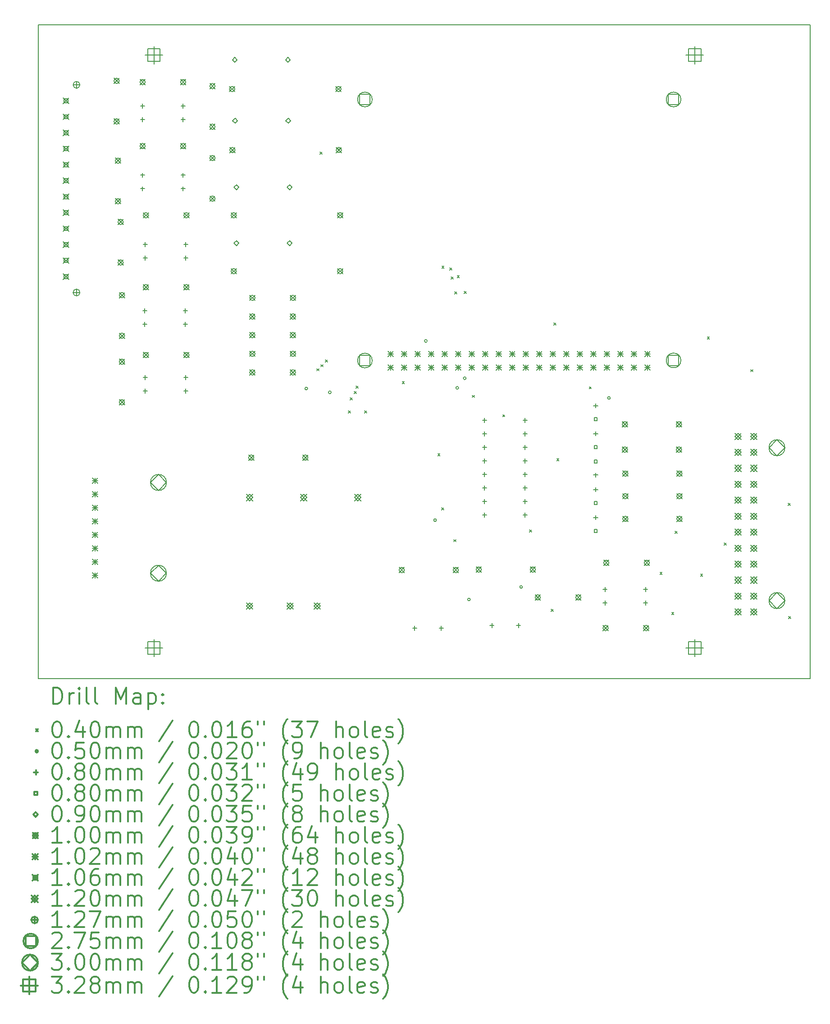
<source format=gbr>
%FSLAX45Y45*%
G04 Gerber Fmt 4.5, Leading zero omitted, Abs format (unit mm)*
G04 Created by KiCad (PCBNEW 5.1.0-060a0da~80~ubuntu16.04.1) date 2019-04-08 13:56:52*
%MOMM*%
%LPD*%
G04 APERTURE LIST*
%ADD10C,0.150000*%
%ADD11C,0.200000*%
%ADD12C,0.300000*%
G04 APERTURE END LIST*
D10*
X6180000Y-15100000D02*
X20680000Y-15100000D01*
X6180000Y-2820000D02*
X6180000Y-15100000D01*
X20680000Y-2820000D02*
X6180000Y-2820000D01*
X20680000Y-15100000D02*
X20680000Y-2820000D01*
D11*
X11410000Y-9280000D02*
X11450000Y-9320000D01*
X11450000Y-9280000D02*
X11410000Y-9320000D01*
X11470000Y-5215000D02*
X11510000Y-5255000D01*
X11510000Y-5215000D02*
X11470000Y-5255000D01*
X11490000Y-9205000D02*
X11530000Y-9245000D01*
X11530000Y-9205000D02*
X11490000Y-9245000D01*
X11570000Y-9115000D02*
X11610000Y-9155000D01*
X11610000Y-9115000D02*
X11570000Y-9155000D01*
X11805000Y-5155000D02*
X11845000Y-5195000D01*
X11845000Y-5155000D02*
X11805000Y-5195000D01*
X12005000Y-10075000D02*
X12045000Y-10115000D01*
X12045000Y-10075000D02*
X12005000Y-10115000D01*
X12040000Y-9825000D02*
X12080000Y-9865000D01*
X12080000Y-9825000D02*
X12040000Y-9865000D01*
X12115000Y-9710000D02*
X12155000Y-9750000D01*
X12155000Y-9710000D02*
X12115000Y-9750000D01*
X12150000Y-9605000D02*
X12190000Y-9645000D01*
X12190000Y-9605000D02*
X12150000Y-9645000D01*
X12310000Y-10075000D02*
X12350000Y-10115000D01*
X12350000Y-10075000D02*
X12310000Y-10115000D01*
X13015000Y-9520000D02*
X13055000Y-9560000D01*
X13055000Y-9520000D02*
X13015000Y-9560000D01*
X13685000Y-10875000D02*
X13725000Y-10915000D01*
X13725000Y-10875000D02*
X13685000Y-10915000D01*
X13755000Y-11890000D02*
X13795000Y-11930000D01*
X13795000Y-11890000D02*
X13755000Y-11930000D01*
X13760000Y-7355000D02*
X13800000Y-7395000D01*
X13800000Y-7355000D02*
X13760000Y-7395000D01*
X13910000Y-7390000D02*
X13950000Y-7430000D01*
X13950000Y-7390000D02*
X13910000Y-7430000D01*
X13935000Y-7560000D02*
X13975000Y-7600000D01*
X13975000Y-7560000D02*
X13935000Y-7600000D01*
X13985000Y-12490000D02*
X14025000Y-12530000D01*
X14025000Y-12490000D02*
X13985000Y-12530000D01*
X14000000Y-7835000D02*
X14040000Y-7875000D01*
X14040000Y-7835000D02*
X14000000Y-7875000D01*
X14050000Y-7535000D02*
X14090000Y-7575000D01*
X14090000Y-7535000D02*
X14050000Y-7575000D01*
X14180000Y-7827500D02*
X14220000Y-7867500D01*
X14220000Y-7827500D02*
X14180000Y-7867500D01*
X14330000Y-9780000D02*
X14370000Y-9820000D01*
X14370000Y-9780000D02*
X14330000Y-9820000D01*
X14905000Y-10145000D02*
X14945000Y-10185000D01*
X14945000Y-10145000D02*
X14905000Y-10185000D01*
X15410000Y-12305000D02*
X15450000Y-12345000D01*
X15450000Y-12305000D02*
X15410000Y-12345000D01*
X15543000Y-13555000D02*
X15583000Y-13595000D01*
X15583000Y-13555000D02*
X15543000Y-13595000D01*
X15815000Y-13800000D02*
X15855000Y-13840000D01*
X15855000Y-13800000D02*
X15815000Y-13840000D01*
X15865000Y-8420000D02*
X15905000Y-8460000D01*
X15905000Y-8420000D02*
X15865000Y-8460000D01*
X15920000Y-10970000D02*
X15960000Y-11010000D01*
X15960000Y-10970000D02*
X15920000Y-11010000D01*
X16530000Y-9620000D02*
X16570000Y-9660000D01*
X16570000Y-9620000D02*
X16530000Y-9660000D01*
X17860000Y-13100000D02*
X17900000Y-13140000D01*
X17900000Y-13100000D02*
X17860000Y-13140000D01*
X18080000Y-13855000D02*
X18120000Y-13895000D01*
X18120000Y-13855000D02*
X18080000Y-13895000D01*
X18140000Y-12335000D02*
X18180000Y-12375000D01*
X18180000Y-12335000D02*
X18140000Y-12375000D01*
X18620000Y-13135000D02*
X18660000Y-13175000D01*
X18660000Y-13135000D02*
X18620000Y-13175000D01*
X18749000Y-8683000D02*
X18789000Y-8723000D01*
X18789000Y-8683000D02*
X18749000Y-8723000D01*
X19065000Y-12550000D02*
X19105000Y-12590000D01*
X19105000Y-12550000D02*
X19065000Y-12590000D01*
X19564000Y-9298000D02*
X19604000Y-9338000D01*
X19604000Y-9298000D02*
X19564000Y-9338000D01*
X20265000Y-11805000D02*
X20305000Y-11845000D01*
X20305000Y-11805000D02*
X20265000Y-11845000D01*
X20275000Y-13930000D02*
X20315000Y-13970000D01*
X20315000Y-13930000D02*
X20275000Y-13970000D01*
X11237500Y-9652500D02*
G75*
G03X11237500Y-9652500I-25000J0D01*
G01*
X11680000Y-9725000D02*
G75*
G03X11680000Y-9725000I-25000J0D01*
G01*
X13485000Y-8760000D02*
G75*
G03X13485000Y-8760000I-25000J0D01*
G01*
X13657500Y-12125000D02*
G75*
G03X13657500Y-12125000I-25000J0D01*
G01*
X14075000Y-9640000D02*
G75*
G03X14075000Y-9640000I-25000J0D01*
G01*
X14215000Y-9460000D02*
G75*
G03X14215000Y-9460000I-25000J0D01*
G01*
X14295000Y-13615000D02*
G75*
G03X14295000Y-13615000I-25000J0D01*
G01*
X15275000Y-13379000D02*
G75*
G03X15275000Y-13379000I-25000J0D01*
G01*
X16925000Y-9830000D02*
G75*
G03X16925000Y-9830000I-25000J0D01*
G01*
X16650000Y-11510000D02*
X16650000Y-11590000D01*
X16610000Y-11550000D02*
X16690000Y-11550000D01*
X8179000Y-8151000D02*
X8179000Y-8231000D01*
X8139000Y-8191000D02*
X8219000Y-8191000D01*
X8179000Y-8405000D02*
X8179000Y-8485000D01*
X8139000Y-8445000D02*
X8219000Y-8445000D01*
X8941000Y-8151000D02*
X8941000Y-8231000D01*
X8901000Y-8191000D02*
X8981000Y-8191000D01*
X8941000Y-8405000D02*
X8941000Y-8485000D01*
X8901000Y-8445000D02*
X8981000Y-8445000D01*
X16650000Y-11235000D02*
X16650000Y-11315000D01*
X16610000Y-11275000D02*
X16690000Y-11275000D01*
X16650000Y-12035000D02*
X16650000Y-12115000D01*
X16610000Y-12075000D02*
X16690000Y-12075000D01*
X16650000Y-9935000D02*
X16650000Y-10015000D01*
X16610000Y-9975000D02*
X16690000Y-9975000D01*
X8138000Y-4306000D02*
X8138000Y-4386000D01*
X8098000Y-4346000D02*
X8178000Y-4346000D01*
X8138000Y-4560000D02*
X8138000Y-4640000D01*
X8098000Y-4600000D02*
X8178000Y-4600000D01*
X8900000Y-4306000D02*
X8900000Y-4386000D01*
X8860000Y-4346000D02*
X8940000Y-4346000D01*
X8900000Y-4560000D02*
X8900000Y-4640000D01*
X8860000Y-4600000D02*
X8940000Y-4600000D01*
X8138000Y-5606000D02*
X8138000Y-5686000D01*
X8098000Y-5646000D02*
X8178000Y-5646000D01*
X8138000Y-5860000D02*
X8138000Y-5940000D01*
X8098000Y-5900000D02*
X8178000Y-5900000D01*
X8900000Y-5606000D02*
X8900000Y-5686000D01*
X8860000Y-5646000D02*
X8940000Y-5646000D01*
X8900000Y-5860000D02*
X8900000Y-5940000D01*
X8860000Y-5900000D02*
X8940000Y-5900000D01*
X8188000Y-9406000D02*
X8188000Y-9486000D01*
X8148000Y-9446000D02*
X8228000Y-9446000D01*
X8188000Y-9660000D02*
X8188000Y-9740000D01*
X8148000Y-9700000D02*
X8228000Y-9700000D01*
X8950000Y-9406000D02*
X8950000Y-9486000D01*
X8910000Y-9446000D02*
X8990000Y-9446000D01*
X8950000Y-9660000D02*
X8950000Y-9740000D01*
X8910000Y-9700000D02*
X8990000Y-9700000D01*
X13250000Y-14110000D02*
X13250000Y-14190000D01*
X13210000Y-14150000D02*
X13290000Y-14150000D01*
X13750000Y-14110000D02*
X13750000Y-14190000D01*
X13710000Y-14150000D02*
X13790000Y-14150000D01*
X16825000Y-13385000D02*
X16825000Y-13465000D01*
X16785000Y-13425000D02*
X16865000Y-13425000D01*
X16825000Y-13639000D02*
X16825000Y-13719000D01*
X16785000Y-13679000D02*
X16865000Y-13679000D01*
X17587000Y-13385000D02*
X17587000Y-13465000D01*
X17547000Y-13425000D02*
X17627000Y-13425000D01*
X17587000Y-13639000D02*
X17587000Y-13719000D01*
X17547000Y-13679000D02*
X17627000Y-13679000D01*
X8188000Y-6906000D02*
X8188000Y-6986000D01*
X8148000Y-6946000D02*
X8228000Y-6946000D01*
X8188000Y-7160000D02*
X8188000Y-7240000D01*
X8148000Y-7200000D02*
X8228000Y-7200000D01*
X8950000Y-6906000D02*
X8950000Y-6986000D01*
X8910000Y-6946000D02*
X8990000Y-6946000D01*
X8950000Y-7160000D02*
X8950000Y-7240000D01*
X8910000Y-7200000D02*
X8990000Y-7200000D01*
X14563000Y-10207000D02*
X14563000Y-10287000D01*
X14523000Y-10247000D02*
X14603000Y-10247000D01*
X14563000Y-10461000D02*
X14563000Y-10541000D01*
X14523000Y-10501000D02*
X14603000Y-10501000D01*
X14563000Y-10715000D02*
X14563000Y-10795000D01*
X14523000Y-10755000D02*
X14603000Y-10755000D01*
X14563000Y-10969000D02*
X14563000Y-11049000D01*
X14523000Y-11009000D02*
X14603000Y-11009000D01*
X14563000Y-11223000D02*
X14563000Y-11303000D01*
X14523000Y-11263000D02*
X14603000Y-11263000D01*
X14563000Y-11477000D02*
X14563000Y-11557000D01*
X14523000Y-11517000D02*
X14603000Y-11517000D01*
X14563000Y-11731000D02*
X14563000Y-11811000D01*
X14523000Y-11771000D02*
X14603000Y-11771000D01*
X14563000Y-11985000D02*
X14563000Y-12065000D01*
X14523000Y-12025000D02*
X14603000Y-12025000D01*
X15325000Y-10207000D02*
X15325000Y-10287000D01*
X15285000Y-10247000D02*
X15365000Y-10247000D01*
X15325000Y-10461000D02*
X15325000Y-10541000D01*
X15285000Y-10501000D02*
X15365000Y-10501000D01*
X15325000Y-10715000D02*
X15325000Y-10795000D01*
X15285000Y-10755000D02*
X15365000Y-10755000D01*
X15325000Y-10969000D02*
X15325000Y-11049000D01*
X15285000Y-11009000D02*
X15365000Y-11009000D01*
X15325000Y-11223000D02*
X15325000Y-11303000D01*
X15285000Y-11263000D02*
X15365000Y-11263000D01*
X15325000Y-11477000D02*
X15325000Y-11557000D01*
X15285000Y-11517000D02*
X15365000Y-11517000D01*
X15325000Y-11731000D02*
X15325000Y-11811000D01*
X15285000Y-11771000D02*
X15365000Y-11771000D01*
X15325000Y-11985000D02*
X15325000Y-12065000D01*
X15285000Y-12025000D02*
X15365000Y-12025000D01*
X16650000Y-10460000D02*
X16650000Y-10540000D01*
X16610000Y-10500000D02*
X16690000Y-10500000D01*
X14700000Y-14060000D02*
X14700000Y-14140000D01*
X14660000Y-14100000D02*
X14740000Y-14100000D01*
X15200000Y-14060000D02*
X15200000Y-14140000D01*
X15160000Y-14100000D02*
X15240000Y-14100000D01*
X16678288Y-11828288D02*
X16678288Y-11771712D01*
X16621712Y-11771712D01*
X16621712Y-11828288D01*
X16678288Y-11828288D01*
X16678288Y-11053288D02*
X16678288Y-10996712D01*
X16621712Y-10996712D01*
X16621712Y-11053288D01*
X16678288Y-11053288D01*
X16678288Y-12353288D02*
X16678288Y-12296712D01*
X16621712Y-12296712D01*
X16621712Y-12353288D01*
X16678288Y-12353288D01*
X16678288Y-10253288D02*
X16678288Y-10196712D01*
X16621712Y-10196712D01*
X16621712Y-10253288D01*
X16678288Y-10253288D01*
X16678288Y-10778288D02*
X16678288Y-10721712D01*
X16621712Y-10721712D01*
X16621712Y-10778288D01*
X16678288Y-10778288D01*
X9875000Y-4670000D02*
X9920000Y-4625000D01*
X9875000Y-4580000D01*
X9830000Y-4625000D01*
X9875000Y-4670000D01*
X9900000Y-6970000D02*
X9945000Y-6925000D01*
X9900000Y-6880000D01*
X9855000Y-6925000D01*
X9900000Y-6970000D01*
X10900000Y-6970000D02*
X10945000Y-6925000D01*
X10900000Y-6880000D01*
X10855000Y-6925000D01*
X10900000Y-6970000D01*
X9900000Y-5920000D02*
X9945000Y-5875000D01*
X9900000Y-5830000D01*
X9855000Y-5875000D01*
X9900000Y-5920000D01*
X10900000Y-5920000D02*
X10945000Y-5875000D01*
X10900000Y-5830000D01*
X10855000Y-5875000D01*
X10900000Y-5920000D01*
X9870000Y-3525000D02*
X9915000Y-3480000D01*
X9870000Y-3435000D01*
X9825000Y-3480000D01*
X9870000Y-3525000D01*
X10870000Y-3525000D02*
X10915000Y-3480000D01*
X10870000Y-3435000D01*
X10825000Y-3480000D01*
X10870000Y-3525000D01*
X10875000Y-4670000D02*
X10920000Y-4625000D01*
X10875000Y-4580000D01*
X10830000Y-4625000D01*
X10875000Y-4670000D01*
X10149962Y-8599962D02*
X10250038Y-8700038D01*
X10250038Y-8599962D02*
X10149962Y-8700038D01*
X10250038Y-8650000D02*
G75*
G03X10250038Y-8650000I-50038J0D01*
G01*
X10911962Y-8599962D02*
X11012038Y-8700038D01*
X11012038Y-8599962D02*
X10911962Y-8700038D01*
X11012038Y-8650000D02*
G75*
G03X11012038Y-8650000I-50038J0D01*
G01*
X9399962Y-5274962D02*
X9500038Y-5375038D01*
X9500038Y-5274962D02*
X9399962Y-5375038D01*
X9500038Y-5325000D02*
G75*
G03X9500038Y-5325000I-50038J0D01*
G01*
X9399962Y-6036962D02*
X9500038Y-6137038D01*
X9500038Y-6036962D02*
X9399962Y-6137038D01*
X9500038Y-6087000D02*
G75*
G03X9500038Y-6087000I-50038J0D01*
G01*
X7624962Y-5324962D02*
X7725038Y-5425038D01*
X7725038Y-5324962D02*
X7624962Y-5425038D01*
X7725038Y-5375000D02*
G75*
G03X7725038Y-5375000I-50038J0D01*
G01*
X7624962Y-6086962D02*
X7725038Y-6187038D01*
X7725038Y-6086962D02*
X7624962Y-6187038D01*
X7725038Y-6137000D02*
G75*
G03X7725038Y-6137000I-50038J0D01*
G01*
X7699962Y-7849962D02*
X7800038Y-7950038D01*
X7800038Y-7849962D02*
X7699962Y-7950038D01*
X7800038Y-7900000D02*
G75*
G03X7800038Y-7900000I-50038J0D01*
G01*
X7699962Y-8611962D02*
X7800038Y-8712038D01*
X7800038Y-8611962D02*
X7699962Y-8712038D01*
X7800038Y-8662000D02*
G75*
G03X7800038Y-8662000I-50038J0D01*
G01*
X9774962Y-5124962D02*
X9875038Y-5225038D01*
X9875038Y-5124962D02*
X9774962Y-5225038D01*
X9875038Y-5175000D02*
G75*
G03X9875038Y-5175000I-50038J0D01*
G01*
X11774962Y-5124962D02*
X11875038Y-5225038D01*
X11875038Y-5124962D02*
X11774962Y-5225038D01*
X11875038Y-5175000D02*
G75*
G03X11875038Y-5175000I-50038J0D01*
G01*
X9799962Y-7399962D02*
X9900038Y-7500038D01*
X9900038Y-7399962D02*
X9799962Y-7500038D01*
X9900038Y-7450000D02*
G75*
G03X9900038Y-7450000I-50038J0D01*
G01*
X11799962Y-7399962D02*
X11900038Y-7500038D01*
X11900038Y-7399962D02*
X11799962Y-7500038D01*
X11900038Y-7450000D02*
G75*
G03X11900038Y-7450000I-50038J0D01*
G01*
X15512962Y-13524962D02*
X15613038Y-13625038D01*
X15613038Y-13524962D02*
X15512962Y-13625038D01*
X15613038Y-13575000D02*
G75*
G03X15613038Y-13575000I-50038J0D01*
G01*
X16274962Y-13524962D02*
X16375038Y-13625038D01*
X16375038Y-13524962D02*
X16274962Y-13625038D01*
X16375038Y-13575000D02*
G75*
G03X16375038Y-13575000I-50038J0D01*
G01*
X9769962Y-3979962D02*
X9870038Y-4080038D01*
X9870038Y-3979962D02*
X9769962Y-4080038D01*
X9870038Y-4030000D02*
G75*
G03X9870038Y-4030000I-50038J0D01*
G01*
X11769962Y-3979962D02*
X11870038Y-4080038D01*
X11870038Y-3979962D02*
X11769962Y-4080038D01*
X11870038Y-4030000D02*
G75*
G03X11870038Y-4030000I-50038J0D01*
G01*
X10149962Y-8249962D02*
X10250038Y-8350038D01*
X10250038Y-8249962D02*
X10149962Y-8350038D01*
X10250038Y-8300000D02*
G75*
G03X10250038Y-8300000I-50038J0D01*
G01*
X10911962Y-8249962D02*
X11012038Y-8350038D01*
X11012038Y-8249962D02*
X10911962Y-8350038D01*
X11012038Y-8300000D02*
G75*
G03X11012038Y-8300000I-50038J0D01*
G01*
X17149962Y-10749962D02*
X17250038Y-10850038D01*
X17250038Y-10749962D02*
X17149962Y-10850038D01*
X17250038Y-10800000D02*
G75*
G03X17250038Y-10800000I-50038J0D01*
G01*
X18165962Y-10749962D02*
X18266038Y-10850038D01*
X18266038Y-10749962D02*
X18165962Y-10850038D01*
X18266038Y-10800000D02*
G75*
G03X18266038Y-10800000I-50038J0D01*
G01*
X8148962Y-8973962D02*
X8249038Y-9074038D01*
X8249038Y-8973962D02*
X8148962Y-9074038D01*
X8249038Y-9024000D02*
G75*
G03X8249038Y-9024000I-50038J0D01*
G01*
X8910962Y-8973962D02*
X9011038Y-9074038D01*
X9011038Y-8973962D02*
X8910962Y-9074038D01*
X9011038Y-9024000D02*
G75*
G03X9011038Y-9024000I-50038J0D01*
G01*
X10149962Y-8949962D02*
X10250038Y-9050038D01*
X10250038Y-8949962D02*
X10149962Y-9050038D01*
X10250038Y-9000000D02*
G75*
G03X10250038Y-9000000I-50038J0D01*
G01*
X10911962Y-8949962D02*
X11012038Y-9050038D01*
X11012038Y-8949962D02*
X10911962Y-9050038D01*
X11012038Y-9000000D02*
G75*
G03X11012038Y-9000000I-50038J0D01*
G01*
X10149962Y-7899962D02*
X10250038Y-8000038D01*
X10250038Y-7899962D02*
X10149962Y-8000038D01*
X10250038Y-7950000D02*
G75*
G03X10250038Y-7950000I-50038J0D01*
G01*
X10911962Y-7899962D02*
X11012038Y-8000038D01*
X11012038Y-7899962D02*
X10911962Y-8000038D01*
X11012038Y-7950000D02*
G75*
G03X11012038Y-7950000I-50038J0D01*
G01*
X16787962Y-14099962D02*
X16888038Y-14200038D01*
X16888038Y-14099962D02*
X16787962Y-14200038D01*
X16888038Y-14150000D02*
G75*
G03X16888038Y-14150000I-50038J0D01*
G01*
X17549962Y-14099962D02*
X17650038Y-14200038D01*
X17650038Y-14099962D02*
X17549962Y-14200038D01*
X17650038Y-14150000D02*
G75*
G03X17650038Y-14150000I-50038J0D01*
G01*
X17149962Y-10274962D02*
X17250038Y-10375038D01*
X17250038Y-10274962D02*
X17149962Y-10375038D01*
X17250038Y-10325000D02*
G75*
G03X17250038Y-10325000I-50038J0D01*
G01*
X18165962Y-10274962D02*
X18266038Y-10375038D01*
X18266038Y-10274962D02*
X18165962Y-10375038D01*
X18266038Y-10325000D02*
G75*
G03X18266038Y-10325000I-50038J0D01*
G01*
X7699962Y-9099962D02*
X7800038Y-9200038D01*
X7800038Y-9099962D02*
X7699962Y-9200038D01*
X7800038Y-9150000D02*
G75*
G03X7800038Y-9150000I-50038J0D01*
G01*
X7699962Y-9861962D02*
X7800038Y-9962038D01*
X7800038Y-9861962D02*
X7699962Y-9962038D01*
X7800038Y-9912000D02*
G75*
G03X7800038Y-9912000I-50038J0D01*
G01*
X8087962Y-3849962D02*
X8188038Y-3950038D01*
X8188038Y-3849962D02*
X8087962Y-3950038D01*
X8188038Y-3900000D02*
G75*
G03X8188038Y-3900000I-50038J0D01*
G01*
X8849962Y-3849962D02*
X8950038Y-3950038D01*
X8950038Y-3849962D02*
X8849962Y-3950038D01*
X8950038Y-3900000D02*
G75*
G03X8950038Y-3900000I-50038J0D01*
G01*
X14403962Y-13002962D02*
X14504038Y-13103038D01*
X14504038Y-13002962D02*
X14403962Y-13103038D01*
X14504038Y-13053000D02*
G75*
G03X14504038Y-13053000I-50038J0D01*
G01*
X15419962Y-13002962D02*
X15520038Y-13103038D01*
X15520038Y-13002962D02*
X15419962Y-13103038D01*
X15520038Y-13053000D02*
G75*
G03X15520038Y-13053000I-50038J0D01*
G01*
X17158962Y-11199962D02*
X17259038Y-11300038D01*
X17259038Y-11199962D02*
X17158962Y-11300038D01*
X17259038Y-11250000D02*
G75*
G03X17259038Y-11250000I-50038J0D01*
G01*
X18174962Y-11199962D02*
X18275038Y-11300038D01*
X18275038Y-11199962D02*
X18174962Y-11300038D01*
X18275038Y-11250000D02*
G75*
G03X18275038Y-11250000I-50038J0D01*
G01*
X7599962Y-3824962D02*
X7700038Y-3925038D01*
X7700038Y-3824962D02*
X7599962Y-3925038D01*
X7700038Y-3875000D02*
G75*
G03X7700038Y-3875000I-50038J0D01*
G01*
X7599962Y-4586962D02*
X7700038Y-4687038D01*
X7700038Y-4586962D02*
X7599962Y-4687038D01*
X7700038Y-4637000D02*
G75*
G03X7700038Y-4637000I-50038J0D01*
G01*
X12956962Y-13011962D02*
X13057038Y-13112038D01*
X13057038Y-13011962D02*
X12956962Y-13112038D01*
X13057038Y-13062000D02*
G75*
G03X13057038Y-13062000I-50038J0D01*
G01*
X13972962Y-13011962D02*
X14073038Y-13112038D01*
X14073038Y-13011962D02*
X13972962Y-13112038D01*
X14073038Y-13062000D02*
G75*
G03X14073038Y-13062000I-50038J0D01*
G01*
X16799962Y-12874962D02*
X16900038Y-12975038D01*
X16900038Y-12874962D02*
X16799962Y-12975038D01*
X16900038Y-12925000D02*
G75*
G03X16900038Y-12925000I-50038J0D01*
G01*
X17561962Y-12874962D02*
X17662038Y-12975038D01*
X17662038Y-12874962D02*
X17561962Y-12975038D01*
X17662038Y-12925000D02*
G75*
G03X17662038Y-12925000I-50038J0D01*
G01*
X17158962Y-12049962D02*
X17259038Y-12150038D01*
X17259038Y-12049962D02*
X17158962Y-12150038D01*
X17259038Y-12100000D02*
G75*
G03X17259038Y-12100000I-50038J0D01*
G01*
X18174962Y-12049962D02*
X18275038Y-12150038D01*
X18275038Y-12049962D02*
X18174962Y-12150038D01*
X18275038Y-12100000D02*
G75*
G03X18275038Y-12100000I-50038J0D01*
G01*
X9399962Y-3924962D02*
X9500038Y-4025038D01*
X9500038Y-3924962D02*
X9399962Y-4025038D01*
X9500038Y-3975000D02*
G75*
G03X9500038Y-3975000I-50038J0D01*
G01*
X9399962Y-4686962D02*
X9500038Y-4787038D01*
X9500038Y-4686962D02*
X9399962Y-4787038D01*
X9500038Y-4737000D02*
G75*
G03X9500038Y-4737000I-50038J0D01*
G01*
X8087962Y-5049962D02*
X8188038Y-5150038D01*
X8188038Y-5049962D02*
X8087962Y-5150038D01*
X8188038Y-5100000D02*
G75*
G03X8188038Y-5100000I-50038J0D01*
G01*
X8849962Y-5049962D02*
X8950038Y-5150038D01*
X8950038Y-5049962D02*
X8849962Y-5150038D01*
X8950038Y-5100000D02*
G75*
G03X8950038Y-5100000I-50038J0D01*
G01*
X17158962Y-11624962D02*
X17259038Y-11725038D01*
X17259038Y-11624962D02*
X17158962Y-11725038D01*
X17259038Y-11675000D02*
G75*
G03X17259038Y-11675000I-50038J0D01*
G01*
X18174962Y-11624962D02*
X18275038Y-11725038D01*
X18275038Y-11624962D02*
X18174962Y-11725038D01*
X18275038Y-11675000D02*
G75*
G03X18275038Y-11675000I-50038J0D01*
G01*
X9799962Y-6349962D02*
X9900038Y-6450038D01*
X9900038Y-6349962D02*
X9799962Y-6450038D01*
X9900038Y-6400000D02*
G75*
G03X9900038Y-6400000I-50038J0D01*
G01*
X11799962Y-6349962D02*
X11900038Y-6450038D01*
X11900038Y-6349962D02*
X11799962Y-6450038D01*
X11900038Y-6400000D02*
G75*
G03X11900038Y-6400000I-50038J0D01*
G01*
X7674962Y-6474962D02*
X7775038Y-6575038D01*
X7775038Y-6474962D02*
X7674962Y-6575038D01*
X7775038Y-6525000D02*
G75*
G03X7775038Y-6525000I-50038J0D01*
G01*
X7674962Y-7236962D02*
X7775038Y-7337038D01*
X7775038Y-7236962D02*
X7674962Y-7337038D01*
X7775038Y-7287000D02*
G75*
G03X7775038Y-7287000I-50038J0D01*
G01*
X10129962Y-10899962D02*
X10230038Y-11000038D01*
X10230038Y-10899962D02*
X10129962Y-11000038D01*
X10230038Y-10950000D02*
G75*
G03X10230038Y-10950000I-50038J0D01*
G01*
X11145962Y-10899962D02*
X11246038Y-11000038D01*
X11246038Y-10899962D02*
X11145962Y-11000038D01*
X11246038Y-10950000D02*
G75*
G03X11246038Y-10950000I-50038J0D01*
G01*
X8149962Y-6349962D02*
X8250038Y-6450038D01*
X8250038Y-6349962D02*
X8149962Y-6450038D01*
X8250038Y-6400000D02*
G75*
G03X8250038Y-6400000I-50038J0D01*
G01*
X8911962Y-6349962D02*
X9012038Y-6450038D01*
X9012038Y-6349962D02*
X8911962Y-6450038D01*
X9012038Y-6400000D02*
G75*
G03X9012038Y-6400000I-50038J0D01*
G01*
X8148962Y-7698962D02*
X8249038Y-7799038D01*
X8249038Y-7698962D02*
X8148962Y-7799038D01*
X8249038Y-7749000D02*
G75*
G03X8249038Y-7749000I-50038J0D01*
G01*
X8910962Y-7698962D02*
X9011038Y-7799038D01*
X9011038Y-7698962D02*
X8910962Y-7799038D01*
X9011038Y-7749000D02*
G75*
G03X9011038Y-7749000I-50038J0D01*
G01*
X10149962Y-9299962D02*
X10250038Y-9400038D01*
X10250038Y-9299962D02*
X10149962Y-9400038D01*
X10250038Y-9350000D02*
G75*
G03X10250038Y-9350000I-50038J0D01*
G01*
X10911962Y-9299962D02*
X11012038Y-9400038D01*
X11012038Y-9299962D02*
X10911962Y-9400038D01*
X11012038Y-9350000D02*
G75*
G03X11012038Y-9350000I-50038J0D01*
G01*
X12749200Y-8949200D02*
X12850800Y-9050800D01*
X12850800Y-8949200D02*
X12749200Y-9050800D01*
X12800000Y-8949200D02*
X12800000Y-9050800D01*
X12749200Y-9000000D02*
X12850800Y-9000000D01*
X12749200Y-9203200D02*
X12850800Y-9304800D01*
X12850800Y-9203200D02*
X12749200Y-9304800D01*
X12800000Y-9203200D02*
X12800000Y-9304800D01*
X12749200Y-9254000D02*
X12850800Y-9254000D01*
X13003200Y-8949200D02*
X13104800Y-9050800D01*
X13104800Y-8949200D02*
X13003200Y-9050800D01*
X13054000Y-8949200D02*
X13054000Y-9050800D01*
X13003200Y-9000000D02*
X13104800Y-9000000D01*
X13003200Y-9203200D02*
X13104800Y-9304800D01*
X13104800Y-9203200D02*
X13003200Y-9304800D01*
X13054000Y-9203200D02*
X13054000Y-9304800D01*
X13003200Y-9254000D02*
X13104800Y-9254000D01*
X13257200Y-8949200D02*
X13358800Y-9050800D01*
X13358800Y-8949200D02*
X13257200Y-9050800D01*
X13308000Y-8949200D02*
X13308000Y-9050800D01*
X13257200Y-9000000D02*
X13358800Y-9000000D01*
X13257200Y-9203200D02*
X13358800Y-9304800D01*
X13358800Y-9203200D02*
X13257200Y-9304800D01*
X13308000Y-9203200D02*
X13308000Y-9304800D01*
X13257200Y-9254000D02*
X13358800Y-9254000D01*
X13511200Y-8949200D02*
X13612800Y-9050800D01*
X13612800Y-8949200D02*
X13511200Y-9050800D01*
X13562000Y-8949200D02*
X13562000Y-9050800D01*
X13511200Y-9000000D02*
X13612800Y-9000000D01*
X13511200Y-9203200D02*
X13612800Y-9304800D01*
X13612800Y-9203200D02*
X13511200Y-9304800D01*
X13562000Y-9203200D02*
X13562000Y-9304800D01*
X13511200Y-9254000D02*
X13612800Y-9254000D01*
X13765200Y-8949200D02*
X13866800Y-9050800D01*
X13866800Y-8949200D02*
X13765200Y-9050800D01*
X13816000Y-8949200D02*
X13816000Y-9050800D01*
X13765200Y-9000000D02*
X13866800Y-9000000D01*
X13765200Y-9203200D02*
X13866800Y-9304800D01*
X13866800Y-9203200D02*
X13765200Y-9304800D01*
X13816000Y-9203200D02*
X13816000Y-9304800D01*
X13765200Y-9254000D02*
X13866800Y-9254000D01*
X14019200Y-8949200D02*
X14120800Y-9050800D01*
X14120800Y-8949200D02*
X14019200Y-9050800D01*
X14070000Y-8949200D02*
X14070000Y-9050800D01*
X14019200Y-9000000D02*
X14120800Y-9000000D01*
X14019200Y-9203200D02*
X14120800Y-9304800D01*
X14120800Y-9203200D02*
X14019200Y-9304800D01*
X14070000Y-9203200D02*
X14070000Y-9304800D01*
X14019200Y-9254000D02*
X14120800Y-9254000D01*
X14273200Y-8949200D02*
X14374800Y-9050800D01*
X14374800Y-8949200D02*
X14273200Y-9050800D01*
X14324000Y-8949200D02*
X14324000Y-9050800D01*
X14273200Y-9000000D02*
X14374800Y-9000000D01*
X14273200Y-9203200D02*
X14374800Y-9304800D01*
X14374800Y-9203200D02*
X14273200Y-9304800D01*
X14324000Y-9203200D02*
X14324000Y-9304800D01*
X14273200Y-9254000D02*
X14374800Y-9254000D01*
X14527200Y-8949200D02*
X14628800Y-9050800D01*
X14628800Y-8949200D02*
X14527200Y-9050800D01*
X14578000Y-8949200D02*
X14578000Y-9050800D01*
X14527200Y-9000000D02*
X14628800Y-9000000D01*
X14527200Y-9203200D02*
X14628800Y-9304800D01*
X14628800Y-9203200D02*
X14527200Y-9304800D01*
X14578000Y-9203200D02*
X14578000Y-9304800D01*
X14527200Y-9254000D02*
X14628800Y-9254000D01*
X14781200Y-8949200D02*
X14882800Y-9050800D01*
X14882800Y-8949200D02*
X14781200Y-9050800D01*
X14832000Y-8949200D02*
X14832000Y-9050800D01*
X14781200Y-9000000D02*
X14882800Y-9000000D01*
X14781200Y-9203200D02*
X14882800Y-9304800D01*
X14882800Y-9203200D02*
X14781200Y-9304800D01*
X14832000Y-9203200D02*
X14832000Y-9304800D01*
X14781200Y-9254000D02*
X14882800Y-9254000D01*
X15035200Y-8949200D02*
X15136800Y-9050800D01*
X15136800Y-8949200D02*
X15035200Y-9050800D01*
X15086000Y-8949200D02*
X15086000Y-9050800D01*
X15035200Y-9000000D02*
X15136800Y-9000000D01*
X15035200Y-9203200D02*
X15136800Y-9304800D01*
X15136800Y-9203200D02*
X15035200Y-9304800D01*
X15086000Y-9203200D02*
X15086000Y-9304800D01*
X15035200Y-9254000D02*
X15136800Y-9254000D01*
X15289200Y-8949200D02*
X15390800Y-9050800D01*
X15390800Y-8949200D02*
X15289200Y-9050800D01*
X15340000Y-8949200D02*
X15340000Y-9050800D01*
X15289200Y-9000000D02*
X15390800Y-9000000D01*
X15289200Y-9203200D02*
X15390800Y-9304800D01*
X15390800Y-9203200D02*
X15289200Y-9304800D01*
X15340000Y-9203200D02*
X15340000Y-9304800D01*
X15289200Y-9254000D02*
X15390800Y-9254000D01*
X15543200Y-8949200D02*
X15644800Y-9050800D01*
X15644800Y-8949200D02*
X15543200Y-9050800D01*
X15594000Y-8949200D02*
X15594000Y-9050800D01*
X15543200Y-9000000D02*
X15644800Y-9000000D01*
X15543200Y-9203200D02*
X15644800Y-9304800D01*
X15644800Y-9203200D02*
X15543200Y-9304800D01*
X15594000Y-9203200D02*
X15594000Y-9304800D01*
X15543200Y-9254000D02*
X15644800Y-9254000D01*
X15797200Y-8949200D02*
X15898800Y-9050800D01*
X15898800Y-8949200D02*
X15797200Y-9050800D01*
X15848000Y-8949200D02*
X15848000Y-9050800D01*
X15797200Y-9000000D02*
X15898800Y-9000000D01*
X15797200Y-9203200D02*
X15898800Y-9304800D01*
X15898800Y-9203200D02*
X15797200Y-9304800D01*
X15848000Y-9203200D02*
X15848000Y-9304800D01*
X15797200Y-9254000D02*
X15898800Y-9254000D01*
X16051200Y-8949200D02*
X16152800Y-9050800D01*
X16152800Y-8949200D02*
X16051200Y-9050800D01*
X16102000Y-8949200D02*
X16102000Y-9050800D01*
X16051200Y-9000000D02*
X16152800Y-9000000D01*
X16051200Y-9203200D02*
X16152800Y-9304800D01*
X16152800Y-9203200D02*
X16051200Y-9304800D01*
X16102000Y-9203200D02*
X16102000Y-9304800D01*
X16051200Y-9254000D02*
X16152800Y-9254000D01*
X16305200Y-8949200D02*
X16406800Y-9050800D01*
X16406800Y-8949200D02*
X16305200Y-9050800D01*
X16356000Y-8949200D02*
X16356000Y-9050800D01*
X16305200Y-9000000D02*
X16406800Y-9000000D01*
X16305200Y-9203200D02*
X16406800Y-9304800D01*
X16406800Y-9203200D02*
X16305200Y-9304800D01*
X16356000Y-9203200D02*
X16356000Y-9304800D01*
X16305200Y-9254000D02*
X16406800Y-9254000D01*
X16559200Y-8949200D02*
X16660800Y-9050800D01*
X16660800Y-8949200D02*
X16559200Y-9050800D01*
X16610000Y-8949200D02*
X16610000Y-9050800D01*
X16559200Y-9000000D02*
X16660800Y-9000000D01*
X16559200Y-9203200D02*
X16660800Y-9304800D01*
X16660800Y-9203200D02*
X16559200Y-9304800D01*
X16610000Y-9203200D02*
X16610000Y-9304800D01*
X16559200Y-9254000D02*
X16660800Y-9254000D01*
X16813200Y-8949200D02*
X16914800Y-9050800D01*
X16914800Y-8949200D02*
X16813200Y-9050800D01*
X16864000Y-8949200D02*
X16864000Y-9050800D01*
X16813200Y-9000000D02*
X16914800Y-9000000D01*
X16813200Y-9203200D02*
X16914800Y-9304800D01*
X16914800Y-9203200D02*
X16813200Y-9304800D01*
X16864000Y-9203200D02*
X16864000Y-9304800D01*
X16813200Y-9254000D02*
X16914800Y-9254000D01*
X17067200Y-8949200D02*
X17168800Y-9050800D01*
X17168800Y-8949200D02*
X17067200Y-9050800D01*
X17118000Y-8949200D02*
X17118000Y-9050800D01*
X17067200Y-9000000D02*
X17168800Y-9000000D01*
X17067200Y-9203200D02*
X17168800Y-9304800D01*
X17168800Y-9203200D02*
X17067200Y-9304800D01*
X17118000Y-9203200D02*
X17118000Y-9304800D01*
X17067200Y-9254000D02*
X17168800Y-9254000D01*
X17321200Y-8949200D02*
X17422800Y-9050800D01*
X17422800Y-8949200D02*
X17321200Y-9050800D01*
X17372000Y-8949200D02*
X17372000Y-9050800D01*
X17321200Y-9000000D02*
X17422800Y-9000000D01*
X17321200Y-9203200D02*
X17422800Y-9304800D01*
X17422800Y-9203200D02*
X17321200Y-9304800D01*
X17372000Y-9203200D02*
X17372000Y-9304800D01*
X17321200Y-9254000D02*
X17422800Y-9254000D01*
X17575200Y-8949200D02*
X17676800Y-9050800D01*
X17676800Y-8949200D02*
X17575200Y-9050800D01*
X17626000Y-8949200D02*
X17626000Y-9050800D01*
X17575200Y-9000000D02*
X17676800Y-9000000D01*
X17575200Y-9203200D02*
X17676800Y-9304800D01*
X17676800Y-9203200D02*
X17575200Y-9304800D01*
X17626000Y-9203200D02*
X17626000Y-9304800D01*
X17575200Y-9254000D02*
X17676800Y-9254000D01*
X7196700Y-11331700D02*
X7298300Y-11433300D01*
X7298300Y-11331700D02*
X7196700Y-11433300D01*
X7247500Y-11331700D02*
X7247500Y-11433300D01*
X7196700Y-11382500D02*
X7298300Y-11382500D01*
X7196700Y-11585700D02*
X7298300Y-11687300D01*
X7298300Y-11585700D02*
X7196700Y-11687300D01*
X7247500Y-11585700D02*
X7247500Y-11687300D01*
X7196700Y-11636500D02*
X7298300Y-11636500D01*
X7196700Y-11839700D02*
X7298300Y-11941300D01*
X7298300Y-11839700D02*
X7196700Y-11941300D01*
X7247500Y-11839700D02*
X7247500Y-11941300D01*
X7196700Y-11890500D02*
X7298300Y-11890500D01*
X7196700Y-12093700D02*
X7298300Y-12195300D01*
X7298300Y-12093700D02*
X7196700Y-12195300D01*
X7247500Y-12093700D02*
X7247500Y-12195300D01*
X7196700Y-12144500D02*
X7298300Y-12144500D01*
X7196700Y-12347700D02*
X7298300Y-12449300D01*
X7298300Y-12347700D02*
X7196700Y-12449300D01*
X7247500Y-12347700D02*
X7247500Y-12449300D01*
X7196700Y-12398500D02*
X7298300Y-12398500D01*
X7196700Y-12601700D02*
X7298300Y-12703300D01*
X7298300Y-12601700D02*
X7196700Y-12703300D01*
X7247500Y-12601700D02*
X7247500Y-12703300D01*
X7196700Y-12652500D02*
X7298300Y-12652500D01*
X7196700Y-12855700D02*
X7298300Y-12957300D01*
X7298300Y-12855700D02*
X7196700Y-12957300D01*
X7247500Y-12855700D02*
X7247500Y-12957300D01*
X7196700Y-12906500D02*
X7298300Y-12906500D01*
X7196700Y-13109700D02*
X7298300Y-13211300D01*
X7298300Y-13109700D02*
X7196700Y-13211300D01*
X7247500Y-13109700D02*
X7247500Y-13211300D01*
X7196700Y-13160500D02*
X7298300Y-13160500D01*
X6647000Y-4197000D02*
X6753000Y-4303000D01*
X6753000Y-4197000D02*
X6647000Y-4303000D01*
X6737477Y-4287477D02*
X6737477Y-4212523D01*
X6662523Y-4212523D01*
X6662523Y-4287477D01*
X6737477Y-4287477D01*
X6647000Y-4497000D02*
X6753000Y-4603000D01*
X6753000Y-4497000D02*
X6647000Y-4603000D01*
X6737477Y-4587477D02*
X6737477Y-4512523D01*
X6662523Y-4512523D01*
X6662523Y-4587477D01*
X6737477Y-4587477D01*
X6647000Y-4797000D02*
X6753000Y-4903000D01*
X6753000Y-4797000D02*
X6647000Y-4903000D01*
X6737477Y-4887477D02*
X6737477Y-4812523D01*
X6662523Y-4812523D01*
X6662523Y-4887477D01*
X6737477Y-4887477D01*
X6647000Y-5097000D02*
X6753000Y-5203000D01*
X6753000Y-5097000D02*
X6647000Y-5203000D01*
X6737477Y-5187477D02*
X6737477Y-5112523D01*
X6662523Y-5112523D01*
X6662523Y-5187477D01*
X6737477Y-5187477D01*
X6647000Y-5397000D02*
X6753000Y-5503000D01*
X6753000Y-5397000D02*
X6647000Y-5503000D01*
X6737477Y-5487477D02*
X6737477Y-5412523D01*
X6662523Y-5412523D01*
X6662523Y-5487477D01*
X6737477Y-5487477D01*
X6647000Y-5697000D02*
X6753000Y-5803000D01*
X6753000Y-5697000D02*
X6647000Y-5803000D01*
X6737477Y-5787477D02*
X6737477Y-5712523D01*
X6662523Y-5712523D01*
X6662523Y-5787477D01*
X6737477Y-5787477D01*
X6647000Y-5997000D02*
X6753000Y-6103000D01*
X6753000Y-5997000D02*
X6647000Y-6103000D01*
X6737477Y-6087477D02*
X6737477Y-6012523D01*
X6662523Y-6012523D01*
X6662523Y-6087477D01*
X6737477Y-6087477D01*
X6647000Y-6297000D02*
X6753000Y-6403000D01*
X6753000Y-6297000D02*
X6647000Y-6403000D01*
X6737477Y-6387477D02*
X6737477Y-6312523D01*
X6662523Y-6312523D01*
X6662523Y-6387477D01*
X6737477Y-6387477D01*
X6647000Y-6597000D02*
X6753000Y-6703000D01*
X6753000Y-6597000D02*
X6647000Y-6703000D01*
X6737477Y-6687477D02*
X6737477Y-6612523D01*
X6662523Y-6612523D01*
X6662523Y-6687477D01*
X6737477Y-6687477D01*
X6647000Y-6897000D02*
X6753000Y-7003000D01*
X6753000Y-6897000D02*
X6647000Y-7003000D01*
X6737477Y-6987477D02*
X6737477Y-6912523D01*
X6662523Y-6912523D01*
X6662523Y-6987477D01*
X6737477Y-6987477D01*
X6647000Y-7197000D02*
X6753000Y-7303000D01*
X6753000Y-7197000D02*
X6647000Y-7303000D01*
X6737477Y-7287477D02*
X6737477Y-7212523D01*
X6662523Y-7212523D01*
X6662523Y-7287477D01*
X6737477Y-7287477D01*
X6647000Y-7497000D02*
X6753000Y-7603000D01*
X6753000Y-7497000D02*
X6647000Y-7603000D01*
X6737477Y-7587477D02*
X6737477Y-7512523D01*
X6662523Y-7512523D01*
X6662523Y-7587477D01*
X6737477Y-7587477D01*
X10090000Y-11640000D02*
X10210000Y-11760000D01*
X10210000Y-11640000D02*
X10090000Y-11760000D01*
X10150000Y-11760000D02*
X10210000Y-11700000D01*
X10150000Y-11640000D01*
X10090000Y-11700000D01*
X10150000Y-11760000D01*
X10090000Y-13680000D02*
X10210000Y-13800000D01*
X10210000Y-13680000D02*
X10090000Y-13800000D01*
X10150000Y-13800000D02*
X10210000Y-13740000D01*
X10150000Y-13680000D01*
X10090000Y-13740000D01*
X10150000Y-13800000D01*
X10852000Y-13680000D02*
X10972000Y-13800000D01*
X10972000Y-13680000D02*
X10852000Y-13800000D01*
X10912000Y-13800000D02*
X10972000Y-13740000D01*
X10912000Y-13680000D01*
X10852000Y-13740000D01*
X10912000Y-13800000D01*
X11106000Y-11640000D02*
X11226000Y-11760000D01*
X11226000Y-11640000D02*
X11106000Y-11760000D01*
X11166000Y-11760000D02*
X11226000Y-11700000D01*
X11166000Y-11640000D01*
X11106000Y-11700000D01*
X11166000Y-11760000D01*
X11360000Y-13680000D02*
X11480000Y-13800000D01*
X11480000Y-13680000D02*
X11360000Y-13800000D01*
X11420000Y-13800000D02*
X11480000Y-13740000D01*
X11420000Y-13680000D01*
X11360000Y-13740000D01*
X11420000Y-13800000D01*
X12122000Y-11640000D02*
X12242000Y-11760000D01*
X12242000Y-11640000D02*
X12122000Y-11760000D01*
X12182000Y-11760000D02*
X12242000Y-11700000D01*
X12182000Y-11640000D01*
X12122000Y-11700000D01*
X12182000Y-11760000D01*
X19265000Y-10490000D02*
X19385000Y-10610000D01*
X19385000Y-10490000D02*
X19265000Y-10610000D01*
X19325000Y-10610000D02*
X19385000Y-10550000D01*
X19325000Y-10490000D01*
X19265000Y-10550000D01*
X19325000Y-10610000D01*
X19265000Y-10790000D02*
X19385000Y-10910000D01*
X19385000Y-10790000D02*
X19265000Y-10910000D01*
X19325000Y-10910000D02*
X19385000Y-10850000D01*
X19325000Y-10790000D01*
X19265000Y-10850000D01*
X19325000Y-10910000D01*
X19265000Y-11090000D02*
X19385000Y-11210000D01*
X19385000Y-11090000D02*
X19265000Y-11210000D01*
X19325000Y-11210000D02*
X19385000Y-11150000D01*
X19325000Y-11090000D01*
X19265000Y-11150000D01*
X19325000Y-11210000D01*
X19265000Y-11390000D02*
X19385000Y-11510000D01*
X19385000Y-11390000D02*
X19265000Y-11510000D01*
X19325000Y-11510000D02*
X19385000Y-11450000D01*
X19325000Y-11390000D01*
X19265000Y-11450000D01*
X19325000Y-11510000D01*
X19265000Y-11690000D02*
X19385000Y-11810000D01*
X19385000Y-11690000D02*
X19265000Y-11810000D01*
X19325000Y-11810000D02*
X19385000Y-11750000D01*
X19325000Y-11690000D01*
X19265000Y-11750000D01*
X19325000Y-11810000D01*
X19265000Y-11990000D02*
X19385000Y-12110000D01*
X19385000Y-11990000D02*
X19265000Y-12110000D01*
X19325000Y-12110000D02*
X19385000Y-12050000D01*
X19325000Y-11990000D01*
X19265000Y-12050000D01*
X19325000Y-12110000D01*
X19265000Y-12290000D02*
X19385000Y-12410000D01*
X19385000Y-12290000D02*
X19265000Y-12410000D01*
X19325000Y-12410000D02*
X19385000Y-12350000D01*
X19325000Y-12290000D01*
X19265000Y-12350000D01*
X19325000Y-12410000D01*
X19265000Y-12590000D02*
X19385000Y-12710000D01*
X19385000Y-12590000D02*
X19265000Y-12710000D01*
X19325000Y-12710000D02*
X19385000Y-12650000D01*
X19325000Y-12590000D01*
X19265000Y-12650000D01*
X19325000Y-12710000D01*
X19265000Y-12890000D02*
X19385000Y-13010000D01*
X19385000Y-12890000D02*
X19265000Y-13010000D01*
X19325000Y-13010000D02*
X19385000Y-12950000D01*
X19325000Y-12890000D01*
X19265000Y-12950000D01*
X19325000Y-13010000D01*
X19265000Y-13190000D02*
X19385000Y-13310000D01*
X19385000Y-13190000D02*
X19265000Y-13310000D01*
X19325000Y-13310000D02*
X19385000Y-13250000D01*
X19325000Y-13190000D01*
X19265000Y-13250000D01*
X19325000Y-13310000D01*
X19265000Y-13490000D02*
X19385000Y-13610000D01*
X19385000Y-13490000D02*
X19265000Y-13610000D01*
X19325000Y-13610000D02*
X19385000Y-13550000D01*
X19325000Y-13490000D01*
X19265000Y-13550000D01*
X19325000Y-13610000D01*
X19265000Y-13790000D02*
X19385000Y-13910000D01*
X19385000Y-13790000D02*
X19265000Y-13910000D01*
X19325000Y-13910000D02*
X19385000Y-13850000D01*
X19325000Y-13790000D01*
X19265000Y-13850000D01*
X19325000Y-13910000D01*
X19565000Y-10490000D02*
X19685000Y-10610000D01*
X19685000Y-10490000D02*
X19565000Y-10610000D01*
X19625000Y-10610000D02*
X19685000Y-10550000D01*
X19625000Y-10490000D01*
X19565000Y-10550000D01*
X19625000Y-10610000D01*
X19565000Y-10790000D02*
X19685000Y-10910000D01*
X19685000Y-10790000D02*
X19565000Y-10910000D01*
X19625000Y-10910000D02*
X19685000Y-10850000D01*
X19625000Y-10790000D01*
X19565000Y-10850000D01*
X19625000Y-10910000D01*
X19565000Y-11090000D02*
X19685000Y-11210000D01*
X19685000Y-11090000D02*
X19565000Y-11210000D01*
X19625000Y-11210000D02*
X19685000Y-11150000D01*
X19625000Y-11090000D01*
X19565000Y-11150000D01*
X19625000Y-11210000D01*
X19565000Y-11390000D02*
X19685000Y-11510000D01*
X19685000Y-11390000D02*
X19565000Y-11510000D01*
X19625000Y-11510000D02*
X19685000Y-11450000D01*
X19625000Y-11390000D01*
X19565000Y-11450000D01*
X19625000Y-11510000D01*
X19565000Y-11690000D02*
X19685000Y-11810000D01*
X19685000Y-11690000D02*
X19565000Y-11810000D01*
X19625000Y-11810000D02*
X19685000Y-11750000D01*
X19625000Y-11690000D01*
X19565000Y-11750000D01*
X19625000Y-11810000D01*
X19565000Y-11990000D02*
X19685000Y-12110000D01*
X19685000Y-11990000D02*
X19565000Y-12110000D01*
X19625000Y-12110000D02*
X19685000Y-12050000D01*
X19625000Y-11990000D01*
X19565000Y-12050000D01*
X19625000Y-12110000D01*
X19565000Y-12290000D02*
X19685000Y-12410000D01*
X19685000Y-12290000D02*
X19565000Y-12410000D01*
X19625000Y-12410000D02*
X19685000Y-12350000D01*
X19625000Y-12290000D01*
X19565000Y-12350000D01*
X19625000Y-12410000D01*
X19565000Y-12590000D02*
X19685000Y-12710000D01*
X19685000Y-12590000D02*
X19565000Y-12710000D01*
X19625000Y-12710000D02*
X19685000Y-12650000D01*
X19625000Y-12590000D01*
X19565000Y-12650000D01*
X19625000Y-12710000D01*
X19565000Y-12890000D02*
X19685000Y-13010000D01*
X19685000Y-12890000D02*
X19565000Y-13010000D01*
X19625000Y-13010000D02*
X19685000Y-12950000D01*
X19625000Y-12890000D01*
X19565000Y-12950000D01*
X19625000Y-13010000D01*
X19565000Y-13190000D02*
X19685000Y-13310000D01*
X19685000Y-13190000D02*
X19565000Y-13310000D01*
X19625000Y-13310000D02*
X19685000Y-13250000D01*
X19625000Y-13190000D01*
X19565000Y-13250000D01*
X19625000Y-13310000D01*
X19565000Y-13490000D02*
X19685000Y-13610000D01*
X19685000Y-13490000D02*
X19565000Y-13610000D01*
X19625000Y-13610000D02*
X19685000Y-13550000D01*
X19625000Y-13490000D01*
X19565000Y-13550000D01*
X19625000Y-13610000D01*
X19565000Y-13790000D02*
X19685000Y-13910000D01*
X19685000Y-13790000D02*
X19565000Y-13910000D01*
X19625000Y-13910000D02*
X19685000Y-13850000D01*
X19625000Y-13790000D01*
X19565000Y-13850000D01*
X19625000Y-13910000D01*
X6896000Y-3886500D02*
X6896000Y-4013500D01*
X6832500Y-3950000D02*
X6959500Y-3950000D01*
X6959500Y-3950000D02*
G75*
G03X6959500Y-3950000I-63500J0D01*
G01*
X6896000Y-7786500D02*
X6896000Y-7913500D01*
X6832500Y-7850000D02*
X6959500Y-7850000D01*
X6959500Y-7850000D02*
G75*
G03X6959500Y-7850000I-63500J0D01*
G01*
X18212228Y-9222228D02*
X18212228Y-9027772D01*
X18017772Y-9027772D01*
X18017772Y-9222228D01*
X18212228Y-9222228D01*
X18252500Y-9125000D02*
G75*
G03X18252500Y-9125000I-137500J0D01*
G01*
X12412228Y-4322228D02*
X12412228Y-4127772D01*
X12217772Y-4127772D01*
X12217772Y-4322228D01*
X12412228Y-4322228D01*
X12452500Y-4225000D02*
G75*
G03X12452500Y-4225000I-137500J0D01*
G01*
X12412228Y-9224228D02*
X12412228Y-9029772D01*
X12217772Y-9029772D01*
X12217772Y-9224228D01*
X12412228Y-9224228D01*
X12452500Y-9127000D02*
G75*
G03X12452500Y-9127000I-137500J0D01*
G01*
X18212228Y-4322228D02*
X18212228Y-4127772D01*
X18017772Y-4127772D01*
X18017772Y-4322228D01*
X18212228Y-4322228D01*
X18252500Y-4225000D02*
G75*
G03X18252500Y-4225000I-137500J0D01*
G01*
X20057000Y-10915000D02*
X20207000Y-10765000D01*
X20057000Y-10615000D01*
X19907000Y-10765000D01*
X20057000Y-10915000D01*
X20207000Y-10765000D02*
G75*
G03X20207000Y-10765000I-150000J0D01*
G01*
X20057000Y-13785000D02*
X20207000Y-13635000D01*
X20057000Y-13485000D01*
X19907000Y-13635000D01*
X20057000Y-13785000D01*
X20207000Y-13635000D02*
G75*
G03X20207000Y-13635000I-150000J0D01*
G01*
X8436000Y-11566500D02*
X8586000Y-11416500D01*
X8436000Y-11266500D01*
X8286000Y-11416500D01*
X8436000Y-11566500D01*
X8586000Y-11416500D02*
G75*
G03X8586000Y-11416500I-150000J0D01*
G01*
X8436000Y-13271000D02*
X8586000Y-13121000D01*
X8436000Y-12971000D01*
X8286000Y-13121000D01*
X8436000Y-13271000D01*
X8586000Y-13121000D02*
G75*
G03X8586000Y-13121000I-150000J0D01*
G01*
X18512500Y-3228170D02*
X18512500Y-3555830D01*
X18348670Y-3392000D02*
X18676330Y-3392000D01*
X18628346Y-3507846D02*
X18628346Y-3276154D01*
X18396654Y-3276154D01*
X18396654Y-3507846D01*
X18628346Y-3507846D01*
X8351500Y-14359170D02*
X8351500Y-14686830D01*
X8187670Y-14523000D02*
X8515330Y-14523000D01*
X8467346Y-14638846D02*
X8467346Y-14407154D01*
X8235654Y-14407154D01*
X8235654Y-14638846D01*
X8467346Y-14638846D01*
X18512500Y-14359170D02*
X18512500Y-14686830D01*
X18348670Y-14523000D02*
X18676330Y-14523000D01*
X18628346Y-14638846D02*
X18628346Y-14407154D01*
X18396654Y-14407154D01*
X18396654Y-14638846D01*
X18628346Y-14638846D01*
X8351500Y-3228170D02*
X8351500Y-3555830D01*
X8187670Y-3392000D02*
X8515330Y-3392000D01*
X8467346Y-3507846D02*
X8467346Y-3276154D01*
X8235654Y-3276154D01*
X8235654Y-3507846D01*
X8467346Y-3507846D01*
D12*
X6458928Y-15573214D02*
X6458928Y-15273214D01*
X6530357Y-15273214D01*
X6573214Y-15287500D01*
X6601786Y-15316071D01*
X6616071Y-15344643D01*
X6630357Y-15401786D01*
X6630357Y-15444643D01*
X6616071Y-15501786D01*
X6601786Y-15530357D01*
X6573214Y-15558929D01*
X6530357Y-15573214D01*
X6458928Y-15573214D01*
X6758928Y-15573214D02*
X6758928Y-15373214D01*
X6758928Y-15430357D02*
X6773214Y-15401786D01*
X6787500Y-15387500D01*
X6816071Y-15373214D01*
X6844643Y-15373214D01*
X6944643Y-15573214D02*
X6944643Y-15373214D01*
X6944643Y-15273214D02*
X6930357Y-15287500D01*
X6944643Y-15301786D01*
X6958928Y-15287500D01*
X6944643Y-15273214D01*
X6944643Y-15301786D01*
X7130357Y-15573214D02*
X7101786Y-15558929D01*
X7087500Y-15530357D01*
X7087500Y-15273214D01*
X7287500Y-15573214D02*
X7258928Y-15558929D01*
X7244643Y-15530357D01*
X7244643Y-15273214D01*
X7630357Y-15573214D02*
X7630357Y-15273214D01*
X7730357Y-15487500D01*
X7830357Y-15273214D01*
X7830357Y-15573214D01*
X8101786Y-15573214D02*
X8101786Y-15416071D01*
X8087500Y-15387500D01*
X8058928Y-15373214D01*
X8001786Y-15373214D01*
X7973214Y-15387500D01*
X8101786Y-15558929D02*
X8073214Y-15573214D01*
X8001786Y-15573214D01*
X7973214Y-15558929D01*
X7958928Y-15530357D01*
X7958928Y-15501786D01*
X7973214Y-15473214D01*
X8001786Y-15458929D01*
X8073214Y-15458929D01*
X8101786Y-15444643D01*
X8244643Y-15373214D02*
X8244643Y-15673214D01*
X8244643Y-15387500D02*
X8273214Y-15373214D01*
X8330357Y-15373214D01*
X8358928Y-15387500D01*
X8373214Y-15401786D01*
X8387500Y-15430357D01*
X8387500Y-15516071D01*
X8373214Y-15544643D01*
X8358928Y-15558929D01*
X8330357Y-15573214D01*
X8273214Y-15573214D01*
X8244643Y-15558929D01*
X8516071Y-15544643D02*
X8530357Y-15558929D01*
X8516071Y-15573214D01*
X8501786Y-15558929D01*
X8516071Y-15544643D01*
X8516071Y-15573214D01*
X8516071Y-15387500D02*
X8530357Y-15401786D01*
X8516071Y-15416071D01*
X8501786Y-15401786D01*
X8516071Y-15387500D01*
X8516071Y-15416071D01*
X6132500Y-16047500D02*
X6172500Y-16087500D01*
X6172500Y-16047500D02*
X6132500Y-16087500D01*
X6516071Y-15903214D02*
X6544643Y-15903214D01*
X6573214Y-15917500D01*
X6587500Y-15931786D01*
X6601786Y-15960357D01*
X6616071Y-16017500D01*
X6616071Y-16088929D01*
X6601786Y-16146071D01*
X6587500Y-16174643D01*
X6573214Y-16188929D01*
X6544643Y-16203214D01*
X6516071Y-16203214D01*
X6487500Y-16188929D01*
X6473214Y-16174643D01*
X6458928Y-16146071D01*
X6444643Y-16088929D01*
X6444643Y-16017500D01*
X6458928Y-15960357D01*
X6473214Y-15931786D01*
X6487500Y-15917500D01*
X6516071Y-15903214D01*
X6744643Y-16174643D02*
X6758928Y-16188929D01*
X6744643Y-16203214D01*
X6730357Y-16188929D01*
X6744643Y-16174643D01*
X6744643Y-16203214D01*
X7016071Y-16003214D02*
X7016071Y-16203214D01*
X6944643Y-15888929D02*
X6873214Y-16103214D01*
X7058928Y-16103214D01*
X7230357Y-15903214D02*
X7258928Y-15903214D01*
X7287500Y-15917500D01*
X7301786Y-15931786D01*
X7316071Y-15960357D01*
X7330357Y-16017500D01*
X7330357Y-16088929D01*
X7316071Y-16146071D01*
X7301786Y-16174643D01*
X7287500Y-16188929D01*
X7258928Y-16203214D01*
X7230357Y-16203214D01*
X7201786Y-16188929D01*
X7187500Y-16174643D01*
X7173214Y-16146071D01*
X7158928Y-16088929D01*
X7158928Y-16017500D01*
X7173214Y-15960357D01*
X7187500Y-15931786D01*
X7201786Y-15917500D01*
X7230357Y-15903214D01*
X7458928Y-16203214D02*
X7458928Y-16003214D01*
X7458928Y-16031786D02*
X7473214Y-16017500D01*
X7501786Y-16003214D01*
X7544643Y-16003214D01*
X7573214Y-16017500D01*
X7587500Y-16046071D01*
X7587500Y-16203214D01*
X7587500Y-16046071D02*
X7601786Y-16017500D01*
X7630357Y-16003214D01*
X7673214Y-16003214D01*
X7701786Y-16017500D01*
X7716071Y-16046071D01*
X7716071Y-16203214D01*
X7858928Y-16203214D02*
X7858928Y-16003214D01*
X7858928Y-16031786D02*
X7873214Y-16017500D01*
X7901786Y-16003214D01*
X7944643Y-16003214D01*
X7973214Y-16017500D01*
X7987500Y-16046071D01*
X7987500Y-16203214D01*
X7987500Y-16046071D02*
X8001786Y-16017500D01*
X8030357Y-16003214D01*
X8073214Y-16003214D01*
X8101786Y-16017500D01*
X8116071Y-16046071D01*
X8116071Y-16203214D01*
X8701786Y-15888929D02*
X8444643Y-16274643D01*
X9087500Y-15903214D02*
X9116071Y-15903214D01*
X9144643Y-15917500D01*
X9158928Y-15931786D01*
X9173214Y-15960357D01*
X9187500Y-16017500D01*
X9187500Y-16088929D01*
X9173214Y-16146071D01*
X9158928Y-16174643D01*
X9144643Y-16188929D01*
X9116071Y-16203214D01*
X9087500Y-16203214D01*
X9058928Y-16188929D01*
X9044643Y-16174643D01*
X9030357Y-16146071D01*
X9016071Y-16088929D01*
X9016071Y-16017500D01*
X9030357Y-15960357D01*
X9044643Y-15931786D01*
X9058928Y-15917500D01*
X9087500Y-15903214D01*
X9316071Y-16174643D02*
X9330357Y-16188929D01*
X9316071Y-16203214D01*
X9301786Y-16188929D01*
X9316071Y-16174643D01*
X9316071Y-16203214D01*
X9516071Y-15903214D02*
X9544643Y-15903214D01*
X9573214Y-15917500D01*
X9587500Y-15931786D01*
X9601786Y-15960357D01*
X9616071Y-16017500D01*
X9616071Y-16088929D01*
X9601786Y-16146071D01*
X9587500Y-16174643D01*
X9573214Y-16188929D01*
X9544643Y-16203214D01*
X9516071Y-16203214D01*
X9487500Y-16188929D01*
X9473214Y-16174643D01*
X9458928Y-16146071D01*
X9444643Y-16088929D01*
X9444643Y-16017500D01*
X9458928Y-15960357D01*
X9473214Y-15931786D01*
X9487500Y-15917500D01*
X9516071Y-15903214D01*
X9901786Y-16203214D02*
X9730357Y-16203214D01*
X9816071Y-16203214D02*
X9816071Y-15903214D01*
X9787500Y-15946071D01*
X9758928Y-15974643D01*
X9730357Y-15988929D01*
X10158928Y-15903214D02*
X10101786Y-15903214D01*
X10073214Y-15917500D01*
X10058928Y-15931786D01*
X10030357Y-15974643D01*
X10016071Y-16031786D01*
X10016071Y-16146071D01*
X10030357Y-16174643D01*
X10044643Y-16188929D01*
X10073214Y-16203214D01*
X10130357Y-16203214D01*
X10158928Y-16188929D01*
X10173214Y-16174643D01*
X10187500Y-16146071D01*
X10187500Y-16074643D01*
X10173214Y-16046071D01*
X10158928Y-16031786D01*
X10130357Y-16017500D01*
X10073214Y-16017500D01*
X10044643Y-16031786D01*
X10030357Y-16046071D01*
X10016071Y-16074643D01*
X10301786Y-15903214D02*
X10301786Y-15960357D01*
X10416071Y-15903214D02*
X10416071Y-15960357D01*
X10858928Y-16317500D02*
X10844643Y-16303214D01*
X10816071Y-16260357D01*
X10801786Y-16231786D01*
X10787500Y-16188929D01*
X10773214Y-16117500D01*
X10773214Y-16060357D01*
X10787500Y-15988929D01*
X10801786Y-15946071D01*
X10816071Y-15917500D01*
X10844643Y-15874643D01*
X10858928Y-15860357D01*
X10944643Y-15903214D02*
X11130357Y-15903214D01*
X11030357Y-16017500D01*
X11073214Y-16017500D01*
X11101786Y-16031786D01*
X11116071Y-16046071D01*
X11130357Y-16074643D01*
X11130357Y-16146071D01*
X11116071Y-16174643D01*
X11101786Y-16188929D01*
X11073214Y-16203214D01*
X10987500Y-16203214D01*
X10958928Y-16188929D01*
X10944643Y-16174643D01*
X11230357Y-15903214D02*
X11430357Y-15903214D01*
X11301786Y-16203214D01*
X11773214Y-16203214D02*
X11773214Y-15903214D01*
X11901786Y-16203214D02*
X11901786Y-16046071D01*
X11887500Y-16017500D01*
X11858928Y-16003214D01*
X11816071Y-16003214D01*
X11787500Y-16017500D01*
X11773214Y-16031786D01*
X12087500Y-16203214D02*
X12058928Y-16188929D01*
X12044643Y-16174643D01*
X12030357Y-16146071D01*
X12030357Y-16060357D01*
X12044643Y-16031786D01*
X12058928Y-16017500D01*
X12087500Y-16003214D01*
X12130357Y-16003214D01*
X12158928Y-16017500D01*
X12173214Y-16031786D01*
X12187500Y-16060357D01*
X12187500Y-16146071D01*
X12173214Y-16174643D01*
X12158928Y-16188929D01*
X12130357Y-16203214D01*
X12087500Y-16203214D01*
X12358928Y-16203214D02*
X12330357Y-16188929D01*
X12316071Y-16160357D01*
X12316071Y-15903214D01*
X12587500Y-16188929D02*
X12558928Y-16203214D01*
X12501786Y-16203214D01*
X12473214Y-16188929D01*
X12458928Y-16160357D01*
X12458928Y-16046071D01*
X12473214Y-16017500D01*
X12501786Y-16003214D01*
X12558928Y-16003214D01*
X12587500Y-16017500D01*
X12601786Y-16046071D01*
X12601786Y-16074643D01*
X12458928Y-16103214D01*
X12716071Y-16188929D02*
X12744643Y-16203214D01*
X12801786Y-16203214D01*
X12830357Y-16188929D01*
X12844643Y-16160357D01*
X12844643Y-16146071D01*
X12830357Y-16117500D01*
X12801786Y-16103214D01*
X12758928Y-16103214D01*
X12730357Y-16088929D01*
X12716071Y-16060357D01*
X12716071Y-16046071D01*
X12730357Y-16017500D01*
X12758928Y-16003214D01*
X12801786Y-16003214D01*
X12830357Y-16017500D01*
X12944643Y-16317500D02*
X12958928Y-16303214D01*
X12987500Y-16260357D01*
X13001786Y-16231786D01*
X13016071Y-16188929D01*
X13030357Y-16117500D01*
X13030357Y-16060357D01*
X13016071Y-15988929D01*
X13001786Y-15946071D01*
X12987500Y-15917500D01*
X12958928Y-15874643D01*
X12944643Y-15860357D01*
X6172500Y-16463500D02*
G75*
G03X6172500Y-16463500I-25000J0D01*
G01*
X6516071Y-16299214D02*
X6544643Y-16299214D01*
X6573214Y-16313500D01*
X6587500Y-16327786D01*
X6601786Y-16356357D01*
X6616071Y-16413500D01*
X6616071Y-16484929D01*
X6601786Y-16542071D01*
X6587500Y-16570643D01*
X6573214Y-16584929D01*
X6544643Y-16599214D01*
X6516071Y-16599214D01*
X6487500Y-16584929D01*
X6473214Y-16570643D01*
X6458928Y-16542071D01*
X6444643Y-16484929D01*
X6444643Y-16413500D01*
X6458928Y-16356357D01*
X6473214Y-16327786D01*
X6487500Y-16313500D01*
X6516071Y-16299214D01*
X6744643Y-16570643D02*
X6758928Y-16584929D01*
X6744643Y-16599214D01*
X6730357Y-16584929D01*
X6744643Y-16570643D01*
X6744643Y-16599214D01*
X7030357Y-16299214D02*
X6887500Y-16299214D01*
X6873214Y-16442071D01*
X6887500Y-16427786D01*
X6916071Y-16413500D01*
X6987500Y-16413500D01*
X7016071Y-16427786D01*
X7030357Y-16442071D01*
X7044643Y-16470643D01*
X7044643Y-16542071D01*
X7030357Y-16570643D01*
X7016071Y-16584929D01*
X6987500Y-16599214D01*
X6916071Y-16599214D01*
X6887500Y-16584929D01*
X6873214Y-16570643D01*
X7230357Y-16299214D02*
X7258928Y-16299214D01*
X7287500Y-16313500D01*
X7301786Y-16327786D01*
X7316071Y-16356357D01*
X7330357Y-16413500D01*
X7330357Y-16484929D01*
X7316071Y-16542071D01*
X7301786Y-16570643D01*
X7287500Y-16584929D01*
X7258928Y-16599214D01*
X7230357Y-16599214D01*
X7201786Y-16584929D01*
X7187500Y-16570643D01*
X7173214Y-16542071D01*
X7158928Y-16484929D01*
X7158928Y-16413500D01*
X7173214Y-16356357D01*
X7187500Y-16327786D01*
X7201786Y-16313500D01*
X7230357Y-16299214D01*
X7458928Y-16599214D02*
X7458928Y-16399214D01*
X7458928Y-16427786D02*
X7473214Y-16413500D01*
X7501786Y-16399214D01*
X7544643Y-16399214D01*
X7573214Y-16413500D01*
X7587500Y-16442071D01*
X7587500Y-16599214D01*
X7587500Y-16442071D02*
X7601786Y-16413500D01*
X7630357Y-16399214D01*
X7673214Y-16399214D01*
X7701786Y-16413500D01*
X7716071Y-16442071D01*
X7716071Y-16599214D01*
X7858928Y-16599214D02*
X7858928Y-16399214D01*
X7858928Y-16427786D02*
X7873214Y-16413500D01*
X7901786Y-16399214D01*
X7944643Y-16399214D01*
X7973214Y-16413500D01*
X7987500Y-16442071D01*
X7987500Y-16599214D01*
X7987500Y-16442071D02*
X8001786Y-16413500D01*
X8030357Y-16399214D01*
X8073214Y-16399214D01*
X8101786Y-16413500D01*
X8116071Y-16442071D01*
X8116071Y-16599214D01*
X8701786Y-16284929D02*
X8444643Y-16670643D01*
X9087500Y-16299214D02*
X9116071Y-16299214D01*
X9144643Y-16313500D01*
X9158928Y-16327786D01*
X9173214Y-16356357D01*
X9187500Y-16413500D01*
X9187500Y-16484929D01*
X9173214Y-16542071D01*
X9158928Y-16570643D01*
X9144643Y-16584929D01*
X9116071Y-16599214D01*
X9087500Y-16599214D01*
X9058928Y-16584929D01*
X9044643Y-16570643D01*
X9030357Y-16542071D01*
X9016071Y-16484929D01*
X9016071Y-16413500D01*
X9030357Y-16356357D01*
X9044643Y-16327786D01*
X9058928Y-16313500D01*
X9087500Y-16299214D01*
X9316071Y-16570643D02*
X9330357Y-16584929D01*
X9316071Y-16599214D01*
X9301786Y-16584929D01*
X9316071Y-16570643D01*
X9316071Y-16599214D01*
X9516071Y-16299214D02*
X9544643Y-16299214D01*
X9573214Y-16313500D01*
X9587500Y-16327786D01*
X9601786Y-16356357D01*
X9616071Y-16413500D01*
X9616071Y-16484929D01*
X9601786Y-16542071D01*
X9587500Y-16570643D01*
X9573214Y-16584929D01*
X9544643Y-16599214D01*
X9516071Y-16599214D01*
X9487500Y-16584929D01*
X9473214Y-16570643D01*
X9458928Y-16542071D01*
X9444643Y-16484929D01*
X9444643Y-16413500D01*
X9458928Y-16356357D01*
X9473214Y-16327786D01*
X9487500Y-16313500D01*
X9516071Y-16299214D01*
X9730357Y-16327786D02*
X9744643Y-16313500D01*
X9773214Y-16299214D01*
X9844643Y-16299214D01*
X9873214Y-16313500D01*
X9887500Y-16327786D01*
X9901786Y-16356357D01*
X9901786Y-16384929D01*
X9887500Y-16427786D01*
X9716071Y-16599214D01*
X9901786Y-16599214D01*
X10087500Y-16299214D02*
X10116071Y-16299214D01*
X10144643Y-16313500D01*
X10158928Y-16327786D01*
X10173214Y-16356357D01*
X10187500Y-16413500D01*
X10187500Y-16484929D01*
X10173214Y-16542071D01*
X10158928Y-16570643D01*
X10144643Y-16584929D01*
X10116071Y-16599214D01*
X10087500Y-16599214D01*
X10058928Y-16584929D01*
X10044643Y-16570643D01*
X10030357Y-16542071D01*
X10016071Y-16484929D01*
X10016071Y-16413500D01*
X10030357Y-16356357D01*
X10044643Y-16327786D01*
X10058928Y-16313500D01*
X10087500Y-16299214D01*
X10301786Y-16299214D02*
X10301786Y-16356357D01*
X10416071Y-16299214D02*
X10416071Y-16356357D01*
X10858928Y-16713500D02*
X10844643Y-16699214D01*
X10816071Y-16656357D01*
X10801786Y-16627786D01*
X10787500Y-16584929D01*
X10773214Y-16513500D01*
X10773214Y-16456357D01*
X10787500Y-16384929D01*
X10801786Y-16342071D01*
X10816071Y-16313500D01*
X10844643Y-16270643D01*
X10858928Y-16256357D01*
X10987500Y-16599214D02*
X11044643Y-16599214D01*
X11073214Y-16584929D01*
X11087500Y-16570643D01*
X11116071Y-16527786D01*
X11130357Y-16470643D01*
X11130357Y-16356357D01*
X11116071Y-16327786D01*
X11101786Y-16313500D01*
X11073214Y-16299214D01*
X11016071Y-16299214D01*
X10987500Y-16313500D01*
X10973214Y-16327786D01*
X10958928Y-16356357D01*
X10958928Y-16427786D01*
X10973214Y-16456357D01*
X10987500Y-16470643D01*
X11016071Y-16484929D01*
X11073214Y-16484929D01*
X11101786Y-16470643D01*
X11116071Y-16456357D01*
X11130357Y-16427786D01*
X11487500Y-16599214D02*
X11487500Y-16299214D01*
X11616071Y-16599214D02*
X11616071Y-16442071D01*
X11601786Y-16413500D01*
X11573214Y-16399214D01*
X11530357Y-16399214D01*
X11501786Y-16413500D01*
X11487500Y-16427786D01*
X11801786Y-16599214D02*
X11773214Y-16584929D01*
X11758928Y-16570643D01*
X11744643Y-16542071D01*
X11744643Y-16456357D01*
X11758928Y-16427786D01*
X11773214Y-16413500D01*
X11801786Y-16399214D01*
X11844643Y-16399214D01*
X11873214Y-16413500D01*
X11887500Y-16427786D01*
X11901786Y-16456357D01*
X11901786Y-16542071D01*
X11887500Y-16570643D01*
X11873214Y-16584929D01*
X11844643Y-16599214D01*
X11801786Y-16599214D01*
X12073214Y-16599214D02*
X12044643Y-16584929D01*
X12030357Y-16556357D01*
X12030357Y-16299214D01*
X12301786Y-16584929D02*
X12273214Y-16599214D01*
X12216071Y-16599214D01*
X12187500Y-16584929D01*
X12173214Y-16556357D01*
X12173214Y-16442071D01*
X12187500Y-16413500D01*
X12216071Y-16399214D01*
X12273214Y-16399214D01*
X12301786Y-16413500D01*
X12316071Y-16442071D01*
X12316071Y-16470643D01*
X12173214Y-16499214D01*
X12430357Y-16584929D02*
X12458928Y-16599214D01*
X12516071Y-16599214D01*
X12544643Y-16584929D01*
X12558928Y-16556357D01*
X12558928Y-16542071D01*
X12544643Y-16513500D01*
X12516071Y-16499214D01*
X12473214Y-16499214D01*
X12444643Y-16484929D01*
X12430357Y-16456357D01*
X12430357Y-16442071D01*
X12444643Y-16413500D01*
X12473214Y-16399214D01*
X12516071Y-16399214D01*
X12544643Y-16413500D01*
X12658928Y-16713500D02*
X12673214Y-16699214D01*
X12701786Y-16656357D01*
X12716071Y-16627786D01*
X12730357Y-16584929D01*
X12744643Y-16513500D01*
X12744643Y-16456357D01*
X12730357Y-16384929D01*
X12716071Y-16342071D01*
X12701786Y-16313500D01*
X12673214Y-16270643D01*
X12658928Y-16256357D01*
X6132500Y-16819500D02*
X6132500Y-16899500D01*
X6092500Y-16859500D02*
X6172500Y-16859500D01*
X6516071Y-16695214D02*
X6544643Y-16695214D01*
X6573214Y-16709500D01*
X6587500Y-16723786D01*
X6601786Y-16752357D01*
X6616071Y-16809500D01*
X6616071Y-16880929D01*
X6601786Y-16938072D01*
X6587500Y-16966643D01*
X6573214Y-16980929D01*
X6544643Y-16995214D01*
X6516071Y-16995214D01*
X6487500Y-16980929D01*
X6473214Y-16966643D01*
X6458928Y-16938072D01*
X6444643Y-16880929D01*
X6444643Y-16809500D01*
X6458928Y-16752357D01*
X6473214Y-16723786D01*
X6487500Y-16709500D01*
X6516071Y-16695214D01*
X6744643Y-16966643D02*
X6758928Y-16980929D01*
X6744643Y-16995214D01*
X6730357Y-16980929D01*
X6744643Y-16966643D01*
X6744643Y-16995214D01*
X6930357Y-16823786D02*
X6901786Y-16809500D01*
X6887500Y-16795214D01*
X6873214Y-16766643D01*
X6873214Y-16752357D01*
X6887500Y-16723786D01*
X6901786Y-16709500D01*
X6930357Y-16695214D01*
X6987500Y-16695214D01*
X7016071Y-16709500D01*
X7030357Y-16723786D01*
X7044643Y-16752357D01*
X7044643Y-16766643D01*
X7030357Y-16795214D01*
X7016071Y-16809500D01*
X6987500Y-16823786D01*
X6930357Y-16823786D01*
X6901786Y-16838072D01*
X6887500Y-16852357D01*
X6873214Y-16880929D01*
X6873214Y-16938072D01*
X6887500Y-16966643D01*
X6901786Y-16980929D01*
X6930357Y-16995214D01*
X6987500Y-16995214D01*
X7016071Y-16980929D01*
X7030357Y-16966643D01*
X7044643Y-16938072D01*
X7044643Y-16880929D01*
X7030357Y-16852357D01*
X7016071Y-16838072D01*
X6987500Y-16823786D01*
X7230357Y-16695214D02*
X7258928Y-16695214D01*
X7287500Y-16709500D01*
X7301786Y-16723786D01*
X7316071Y-16752357D01*
X7330357Y-16809500D01*
X7330357Y-16880929D01*
X7316071Y-16938072D01*
X7301786Y-16966643D01*
X7287500Y-16980929D01*
X7258928Y-16995214D01*
X7230357Y-16995214D01*
X7201786Y-16980929D01*
X7187500Y-16966643D01*
X7173214Y-16938072D01*
X7158928Y-16880929D01*
X7158928Y-16809500D01*
X7173214Y-16752357D01*
X7187500Y-16723786D01*
X7201786Y-16709500D01*
X7230357Y-16695214D01*
X7458928Y-16995214D02*
X7458928Y-16795214D01*
X7458928Y-16823786D02*
X7473214Y-16809500D01*
X7501786Y-16795214D01*
X7544643Y-16795214D01*
X7573214Y-16809500D01*
X7587500Y-16838072D01*
X7587500Y-16995214D01*
X7587500Y-16838072D02*
X7601786Y-16809500D01*
X7630357Y-16795214D01*
X7673214Y-16795214D01*
X7701786Y-16809500D01*
X7716071Y-16838072D01*
X7716071Y-16995214D01*
X7858928Y-16995214D02*
X7858928Y-16795214D01*
X7858928Y-16823786D02*
X7873214Y-16809500D01*
X7901786Y-16795214D01*
X7944643Y-16795214D01*
X7973214Y-16809500D01*
X7987500Y-16838072D01*
X7987500Y-16995214D01*
X7987500Y-16838072D02*
X8001786Y-16809500D01*
X8030357Y-16795214D01*
X8073214Y-16795214D01*
X8101786Y-16809500D01*
X8116071Y-16838072D01*
X8116071Y-16995214D01*
X8701786Y-16680929D02*
X8444643Y-17066643D01*
X9087500Y-16695214D02*
X9116071Y-16695214D01*
X9144643Y-16709500D01*
X9158928Y-16723786D01*
X9173214Y-16752357D01*
X9187500Y-16809500D01*
X9187500Y-16880929D01*
X9173214Y-16938072D01*
X9158928Y-16966643D01*
X9144643Y-16980929D01*
X9116071Y-16995214D01*
X9087500Y-16995214D01*
X9058928Y-16980929D01*
X9044643Y-16966643D01*
X9030357Y-16938072D01*
X9016071Y-16880929D01*
X9016071Y-16809500D01*
X9030357Y-16752357D01*
X9044643Y-16723786D01*
X9058928Y-16709500D01*
X9087500Y-16695214D01*
X9316071Y-16966643D02*
X9330357Y-16980929D01*
X9316071Y-16995214D01*
X9301786Y-16980929D01*
X9316071Y-16966643D01*
X9316071Y-16995214D01*
X9516071Y-16695214D02*
X9544643Y-16695214D01*
X9573214Y-16709500D01*
X9587500Y-16723786D01*
X9601786Y-16752357D01*
X9616071Y-16809500D01*
X9616071Y-16880929D01*
X9601786Y-16938072D01*
X9587500Y-16966643D01*
X9573214Y-16980929D01*
X9544643Y-16995214D01*
X9516071Y-16995214D01*
X9487500Y-16980929D01*
X9473214Y-16966643D01*
X9458928Y-16938072D01*
X9444643Y-16880929D01*
X9444643Y-16809500D01*
X9458928Y-16752357D01*
X9473214Y-16723786D01*
X9487500Y-16709500D01*
X9516071Y-16695214D01*
X9716071Y-16695214D02*
X9901786Y-16695214D01*
X9801786Y-16809500D01*
X9844643Y-16809500D01*
X9873214Y-16823786D01*
X9887500Y-16838072D01*
X9901786Y-16866643D01*
X9901786Y-16938072D01*
X9887500Y-16966643D01*
X9873214Y-16980929D01*
X9844643Y-16995214D01*
X9758928Y-16995214D01*
X9730357Y-16980929D01*
X9716071Y-16966643D01*
X10187500Y-16995214D02*
X10016071Y-16995214D01*
X10101786Y-16995214D02*
X10101786Y-16695214D01*
X10073214Y-16738071D01*
X10044643Y-16766643D01*
X10016071Y-16780929D01*
X10301786Y-16695214D02*
X10301786Y-16752357D01*
X10416071Y-16695214D02*
X10416071Y-16752357D01*
X10858928Y-17109500D02*
X10844643Y-17095214D01*
X10816071Y-17052357D01*
X10801786Y-17023786D01*
X10787500Y-16980929D01*
X10773214Y-16909500D01*
X10773214Y-16852357D01*
X10787500Y-16780929D01*
X10801786Y-16738071D01*
X10816071Y-16709500D01*
X10844643Y-16666643D01*
X10858928Y-16652357D01*
X11101786Y-16795214D02*
X11101786Y-16995214D01*
X11030357Y-16680929D02*
X10958928Y-16895214D01*
X11144643Y-16895214D01*
X11273214Y-16995214D02*
X11330357Y-16995214D01*
X11358928Y-16980929D01*
X11373214Y-16966643D01*
X11401786Y-16923786D01*
X11416071Y-16866643D01*
X11416071Y-16752357D01*
X11401786Y-16723786D01*
X11387500Y-16709500D01*
X11358928Y-16695214D01*
X11301786Y-16695214D01*
X11273214Y-16709500D01*
X11258928Y-16723786D01*
X11244643Y-16752357D01*
X11244643Y-16823786D01*
X11258928Y-16852357D01*
X11273214Y-16866643D01*
X11301786Y-16880929D01*
X11358928Y-16880929D01*
X11387500Y-16866643D01*
X11401786Y-16852357D01*
X11416071Y-16823786D01*
X11773214Y-16995214D02*
X11773214Y-16695214D01*
X11901786Y-16995214D02*
X11901786Y-16838072D01*
X11887500Y-16809500D01*
X11858928Y-16795214D01*
X11816071Y-16795214D01*
X11787500Y-16809500D01*
X11773214Y-16823786D01*
X12087500Y-16995214D02*
X12058928Y-16980929D01*
X12044643Y-16966643D01*
X12030357Y-16938072D01*
X12030357Y-16852357D01*
X12044643Y-16823786D01*
X12058928Y-16809500D01*
X12087500Y-16795214D01*
X12130357Y-16795214D01*
X12158928Y-16809500D01*
X12173214Y-16823786D01*
X12187500Y-16852357D01*
X12187500Y-16938072D01*
X12173214Y-16966643D01*
X12158928Y-16980929D01*
X12130357Y-16995214D01*
X12087500Y-16995214D01*
X12358928Y-16995214D02*
X12330357Y-16980929D01*
X12316071Y-16952357D01*
X12316071Y-16695214D01*
X12587500Y-16980929D02*
X12558928Y-16995214D01*
X12501786Y-16995214D01*
X12473214Y-16980929D01*
X12458928Y-16952357D01*
X12458928Y-16838072D01*
X12473214Y-16809500D01*
X12501786Y-16795214D01*
X12558928Y-16795214D01*
X12587500Y-16809500D01*
X12601786Y-16838072D01*
X12601786Y-16866643D01*
X12458928Y-16895214D01*
X12716071Y-16980929D02*
X12744643Y-16995214D01*
X12801786Y-16995214D01*
X12830357Y-16980929D01*
X12844643Y-16952357D01*
X12844643Y-16938072D01*
X12830357Y-16909500D01*
X12801786Y-16895214D01*
X12758928Y-16895214D01*
X12730357Y-16880929D01*
X12716071Y-16852357D01*
X12716071Y-16838072D01*
X12730357Y-16809500D01*
X12758928Y-16795214D01*
X12801786Y-16795214D01*
X12830357Y-16809500D01*
X12944643Y-17109500D02*
X12958928Y-17095214D01*
X12987500Y-17052357D01*
X13001786Y-17023786D01*
X13016071Y-16980929D01*
X13030357Y-16909500D01*
X13030357Y-16852357D01*
X13016071Y-16780929D01*
X13001786Y-16738071D01*
X12987500Y-16709500D01*
X12958928Y-16666643D01*
X12944643Y-16652357D01*
X6160783Y-17283788D02*
X6160783Y-17227212D01*
X6104207Y-17227212D01*
X6104207Y-17283788D01*
X6160783Y-17283788D01*
X6516071Y-17091214D02*
X6544643Y-17091214D01*
X6573214Y-17105500D01*
X6587500Y-17119786D01*
X6601786Y-17148357D01*
X6616071Y-17205500D01*
X6616071Y-17276929D01*
X6601786Y-17334072D01*
X6587500Y-17362643D01*
X6573214Y-17376929D01*
X6544643Y-17391214D01*
X6516071Y-17391214D01*
X6487500Y-17376929D01*
X6473214Y-17362643D01*
X6458928Y-17334072D01*
X6444643Y-17276929D01*
X6444643Y-17205500D01*
X6458928Y-17148357D01*
X6473214Y-17119786D01*
X6487500Y-17105500D01*
X6516071Y-17091214D01*
X6744643Y-17362643D02*
X6758928Y-17376929D01*
X6744643Y-17391214D01*
X6730357Y-17376929D01*
X6744643Y-17362643D01*
X6744643Y-17391214D01*
X6930357Y-17219786D02*
X6901786Y-17205500D01*
X6887500Y-17191214D01*
X6873214Y-17162643D01*
X6873214Y-17148357D01*
X6887500Y-17119786D01*
X6901786Y-17105500D01*
X6930357Y-17091214D01*
X6987500Y-17091214D01*
X7016071Y-17105500D01*
X7030357Y-17119786D01*
X7044643Y-17148357D01*
X7044643Y-17162643D01*
X7030357Y-17191214D01*
X7016071Y-17205500D01*
X6987500Y-17219786D01*
X6930357Y-17219786D01*
X6901786Y-17234072D01*
X6887500Y-17248357D01*
X6873214Y-17276929D01*
X6873214Y-17334072D01*
X6887500Y-17362643D01*
X6901786Y-17376929D01*
X6930357Y-17391214D01*
X6987500Y-17391214D01*
X7016071Y-17376929D01*
X7030357Y-17362643D01*
X7044643Y-17334072D01*
X7044643Y-17276929D01*
X7030357Y-17248357D01*
X7016071Y-17234072D01*
X6987500Y-17219786D01*
X7230357Y-17091214D02*
X7258928Y-17091214D01*
X7287500Y-17105500D01*
X7301786Y-17119786D01*
X7316071Y-17148357D01*
X7330357Y-17205500D01*
X7330357Y-17276929D01*
X7316071Y-17334072D01*
X7301786Y-17362643D01*
X7287500Y-17376929D01*
X7258928Y-17391214D01*
X7230357Y-17391214D01*
X7201786Y-17376929D01*
X7187500Y-17362643D01*
X7173214Y-17334072D01*
X7158928Y-17276929D01*
X7158928Y-17205500D01*
X7173214Y-17148357D01*
X7187500Y-17119786D01*
X7201786Y-17105500D01*
X7230357Y-17091214D01*
X7458928Y-17391214D02*
X7458928Y-17191214D01*
X7458928Y-17219786D02*
X7473214Y-17205500D01*
X7501786Y-17191214D01*
X7544643Y-17191214D01*
X7573214Y-17205500D01*
X7587500Y-17234072D01*
X7587500Y-17391214D01*
X7587500Y-17234072D02*
X7601786Y-17205500D01*
X7630357Y-17191214D01*
X7673214Y-17191214D01*
X7701786Y-17205500D01*
X7716071Y-17234072D01*
X7716071Y-17391214D01*
X7858928Y-17391214D02*
X7858928Y-17191214D01*
X7858928Y-17219786D02*
X7873214Y-17205500D01*
X7901786Y-17191214D01*
X7944643Y-17191214D01*
X7973214Y-17205500D01*
X7987500Y-17234072D01*
X7987500Y-17391214D01*
X7987500Y-17234072D02*
X8001786Y-17205500D01*
X8030357Y-17191214D01*
X8073214Y-17191214D01*
X8101786Y-17205500D01*
X8116071Y-17234072D01*
X8116071Y-17391214D01*
X8701786Y-17076929D02*
X8444643Y-17462643D01*
X9087500Y-17091214D02*
X9116071Y-17091214D01*
X9144643Y-17105500D01*
X9158928Y-17119786D01*
X9173214Y-17148357D01*
X9187500Y-17205500D01*
X9187500Y-17276929D01*
X9173214Y-17334072D01*
X9158928Y-17362643D01*
X9144643Y-17376929D01*
X9116071Y-17391214D01*
X9087500Y-17391214D01*
X9058928Y-17376929D01*
X9044643Y-17362643D01*
X9030357Y-17334072D01*
X9016071Y-17276929D01*
X9016071Y-17205500D01*
X9030357Y-17148357D01*
X9044643Y-17119786D01*
X9058928Y-17105500D01*
X9087500Y-17091214D01*
X9316071Y-17362643D02*
X9330357Y-17376929D01*
X9316071Y-17391214D01*
X9301786Y-17376929D01*
X9316071Y-17362643D01*
X9316071Y-17391214D01*
X9516071Y-17091214D02*
X9544643Y-17091214D01*
X9573214Y-17105500D01*
X9587500Y-17119786D01*
X9601786Y-17148357D01*
X9616071Y-17205500D01*
X9616071Y-17276929D01*
X9601786Y-17334072D01*
X9587500Y-17362643D01*
X9573214Y-17376929D01*
X9544643Y-17391214D01*
X9516071Y-17391214D01*
X9487500Y-17376929D01*
X9473214Y-17362643D01*
X9458928Y-17334072D01*
X9444643Y-17276929D01*
X9444643Y-17205500D01*
X9458928Y-17148357D01*
X9473214Y-17119786D01*
X9487500Y-17105500D01*
X9516071Y-17091214D01*
X9716071Y-17091214D02*
X9901786Y-17091214D01*
X9801786Y-17205500D01*
X9844643Y-17205500D01*
X9873214Y-17219786D01*
X9887500Y-17234072D01*
X9901786Y-17262643D01*
X9901786Y-17334072D01*
X9887500Y-17362643D01*
X9873214Y-17376929D01*
X9844643Y-17391214D01*
X9758928Y-17391214D01*
X9730357Y-17376929D01*
X9716071Y-17362643D01*
X10016071Y-17119786D02*
X10030357Y-17105500D01*
X10058928Y-17091214D01*
X10130357Y-17091214D01*
X10158928Y-17105500D01*
X10173214Y-17119786D01*
X10187500Y-17148357D01*
X10187500Y-17176929D01*
X10173214Y-17219786D01*
X10001786Y-17391214D01*
X10187500Y-17391214D01*
X10301786Y-17091214D02*
X10301786Y-17148357D01*
X10416071Y-17091214D02*
X10416071Y-17148357D01*
X10858928Y-17505500D02*
X10844643Y-17491214D01*
X10816071Y-17448357D01*
X10801786Y-17419786D01*
X10787500Y-17376929D01*
X10773214Y-17305500D01*
X10773214Y-17248357D01*
X10787500Y-17176929D01*
X10801786Y-17134072D01*
X10816071Y-17105500D01*
X10844643Y-17062643D01*
X10858928Y-17048357D01*
X11116071Y-17091214D02*
X10973214Y-17091214D01*
X10958928Y-17234072D01*
X10973214Y-17219786D01*
X11001786Y-17205500D01*
X11073214Y-17205500D01*
X11101786Y-17219786D01*
X11116071Y-17234072D01*
X11130357Y-17262643D01*
X11130357Y-17334072D01*
X11116071Y-17362643D01*
X11101786Y-17376929D01*
X11073214Y-17391214D01*
X11001786Y-17391214D01*
X10973214Y-17376929D01*
X10958928Y-17362643D01*
X11487500Y-17391214D02*
X11487500Y-17091214D01*
X11616071Y-17391214D02*
X11616071Y-17234072D01*
X11601786Y-17205500D01*
X11573214Y-17191214D01*
X11530357Y-17191214D01*
X11501786Y-17205500D01*
X11487500Y-17219786D01*
X11801786Y-17391214D02*
X11773214Y-17376929D01*
X11758928Y-17362643D01*
X11744643Y-17334072D01*
X11744643Y-17248357D01*
X11758928Y-17219786D01*
X11773214Y-17205500D01*
X11801786Y-17191214D01*
X11844643Y-17191214D01*
X11873214Y-17205500D01*
X11887500Y-17219786D01*
X11901786Y-17248357D01*
X11901786Y-17334072D01*
X11887500Y-17362643D01*
X11873214Y-17376929D01*
X11844643Y-17391214D01*
X11801786Y-17391214D01*
X12073214Y-17391214D02*
X12044643Y-17376929D01*
X12030357Y-17348357D01*
X12030357Y-17091214D01*
X12301786Y-17376929D02*
X12273214Y-17391214D01*
X12216071Y-17391214D01*
X12187500Y-17376929D01*
X12173214Y-17348357D01*
X12173214Y-17234072D01*
X12187500Y-17205500D01*
X12216071Y-17191214D01*
X12273214Y-17191214D01*
X12301786Y-17205500D01*
X12316071Y-17234072D01*
X12316071Y-17262643D01*
X12173214Y-17291214D01*
X12430357Y-17376929D02*
X12458928Y-17391214D01*
X12516071Y-17391214D01*
X12544643Y-17376929D01*
X12558928Y-17348357D01*
X12558928Y-17334072D01*
X12544643Y-17305500D01*
X12516071Y-17291214D01*
X12473214Y-17291214D01*
X12444643Y-17276929D01*
X12430357Y-17248357D01*
X12430357Y-17234072D01*
X12444643Y-17205500D01*
X12473214Y-17191214D01*
X12516071Y-17191214D01*
X12544643Y-17205500D01*
X12658928Y-17505500D02*
X12673214Y-17491214D01*
X12701786Y-17448357D01*
X12716071Y-17419786D01*
X12730357Y-17376929D01*
X12744643Y-17305500D01*
X12744643Y-17248357D01*
X12730357Y-17176929D01*
X12716071Y-17134072D01*
X12701786Y-17105500D01*
X12673214Y-17062643D01*
X12658928Y-17048357D01*
X6127500Y-17696500D02*
X6172500Y-17651500D01*
X6127500Y-17606500D01*
X6082500Y-17651500D01*
X6127500Y-17696500D01*
X6516071Y-17487214D02*
X6544643Y-17487214D01*
X6573214Y-17501500D01*
X6587500Y-17515786D01*
X6601786Y-17544357D01*
X6616071Y-17601500D01*
X6616071Y-17672929D01*
X6601786Y-17730072D01*
X6587500Y-17758643D01*
X6573214Y-17772929D01*
X6544643Y-17787214D01*
X6516071Y-17787214D01*
X6487500Y-17772929D01*
X6473214Y-17758643D01*
X6458928Y-17730072D01*
X6444643Y-17672929D01*
X6444643Y-17601500D01*
X6458928Y-17544357D01*
X6473214Y-17515786D01*
X6487500Y-17501500D01*
X6516071Y-17487214D01*
X6744643Y-17758643D02*
X6758928Y-17772929D01*
X6744643Y-17787214D01*
X6730357Y-17772929D01*
X6744643Y-17758643D01*
X6744643Y-17787214D01*
X6901786Y-17787214D02*
X6958928Y-17787214D01*
X6987500Y-17772929D01*
X7001786Y-17758643D01*
X7030357Y-17715786D01*
X7044643Y-17658643D01*
X7044643Y-17544357D01*
X7030357Y-17515786D01*
X7016071Y-17501500D01*
X6987500Y-17487214D01*
X6930357Y-17487214D01*
X6901786Y-17501500D01*
X6887500Y-17515786D01*
X6873214Y-17544357D01*
X6873214Y-17615786D01*
X6887500Y-17644357D01*
X6901786Y-17658643D01*
X6930357Y-17672929D01*
X6987500Y-17672929D01*
X7016071Y-17658643D01*
X7030357Y-17644357D01*
X7044643Y-17615786D01*
X7230357Y-17487214D02*
X7258928Y-17487214D01*
X7287500Y-17501500D01*
X7301786Y-17515786D01*
X7316071Y-17544357D01*
X7330357Y-17601500D01*
X7330357Y-17672929D01*
X7316071Y-17730072D01*
X7301786Y-17758643D01*
X7287500Y-17772929D01*
X7258928Y-17787214D01*
X7230357Y-17787214D01*
X7201786Y-17772929D01*
X7187500Y-17758643D01*
X7173214Y-17730072D01*
X7158928Y-17672929D01*
X7158928Y-17601500D01*
X7173214Y-17544357D01*
X7187500Y-17515786D01*
X7201786Y-17501500D01*
X7230357Y-17487214D01*
X7458928Y-17787214D02*
X7458928Y-17587214D01*
X7458928Y-17615786D02*
X7473214Y-17601500D01*
X7501786Y-17587214D01*
X7544643Y-17587214D01*
X7573214Y-17601500D01*
X7587500Y-17630072D01*
X7587500Y-17787214D01*
X7587500Y-17630072D02*
X7601786Y-17601500D01*
X7630357Y-17587214D01*
X7673214Y-17587214D01*
X7701786Y-17601500D01*
X7716071Y-17630072D01*
X7716071Y-17787214D01*
X7858928Y-17787214D02*
X7858928Y-17587214D01*
X7858928Y-17615786D02*
X7873214Y-17601500D01*
X7901786Y-17587214D01*
X7944643Y-17587214D01*
X7973214Y-17601500D01*
X7987500Y-17630072D01*
X7987500Y-17787214D01*
X7987500Y-17630072D02*
X8001786Y-17601500D01*
X8030357Y-17587214D01*
X8073214Y-17587214D01*
X8101786Y-17601500D01*
X8116071Y-17630072D01*
X8116071Y-17787214D01*
X8701786Y-17472929D02*
X8444643Y-17858643D01*
X9087500Y-17487214D02*
X9116071Y-17487214D01*
X9144643Y-17501500D01*
X9158928Y-17515786D01*
X9173214Y-17544357D01*
X9187500Y-17601500D01*
X9187500Y-17672929D01*
X9173214Y-17730072D01*
X9158928Y-17758643D01*
X9144643Y-17772929D01*
X9116071Y-17787214D01*
X9087500Y-17787214D01*
X9058928Y-17772929D01*
X9044643Y-17758643D01*
X9030357Y-17730072D01*
X9016071Y-17672929D01*
X9016071Y-17601500D01*
X9030357Y-17544357D01*
X9044643Y-17515786D01*
X9058928Y-17501500D01*
X9087500Y-17487214D01*
X9316071Y-17758643D02*
X9330357Y-17772929D01*
X9316071Y-17787214D01*
X9301786Y-17772929D01*
X9316071Y-17758643D01*
X9316071Y-17787214D01*
X9516071Y-17487214D02*
X9544643Y-17487214D01*
X9573214Y-17501500D01*
X9587500Y-17515786D01*
X9601786Y-17544357D01*
X9616071Y-17601500D01*
X9616071Y-17672929D01*
X9601786Y-17730072D01*
X9587500Y-17758643D01*
X9573214Y-17772929D01*
X9544643Y-17787214D01*
X9516071Y-17787214D01*
X9487500Y-17772929D01*
X9473214Y-17758643D01*
X9458928Y-17730072D01*
X9444643Y-17672929D01*
X9444643Y-17601500D01*
X9458928Y-17544357D01*
X9473214Y-17515786D01*
X9487500Y-17501500D01*
X9516071Y-17487214D01*
X9716071Y-17487214D02*
X9901786Y-17487214D01*
X9801786Y-17601500D01*
X9844643Y-17601500D01*
X9873214Y-17615786D01*
X9887500Y-17630072D01*
X9901786Y-17658643D01*
X9901786Y-17730072D01*
X9887500Y-17758643D01*
X9873214Y-17772929D01*
X9844643Y-17787214D01*
X9758928Y-17787214D01*
X9730357Y-17772929D01*
X9716071Y-17758643D01*
X10173214Y-17487214D02*
X10030357Y-17487214D01*
X10016071Y-17630072D01*
X10030357Y-17615786D01*
X10058928Y-17601500D01*
X10130357Y-17601500D01*
X10158928Y-17615786D01*
X10173214Y-17630072D01*
X10187500Y-17658643D01*
X10187500Y-17730072D01*
X10173214Y-17758643D01*
X10158928Y-17772929D01*
X10130357Y-17787214D01*
X10058928Y-17787214D01*
X10030357Y-17772929D01*
X10016071Y-17758643D01*
X10301786Y-17487214D02*
X10301786Y-17544357D01*
X10416071Y-17487214D02*
X10416071Y-17544357D01*
X10858928Y-17901500D02*
X10844643Y-17887214D01*
X10816071Y-17844357D01*
X10801786Y-17815786D01*
X10787500Y-17772929D01*
X10773214Y-17701500D01*
X10773214Y-17644357D01*
X10787500Y-17572929D01*
X10801786Y-17530072D01*
X10816071Y-17501500D01*
X10844643Y-17458643D01*
X10858928Y-17444357D01*
X11016071Y-17615786D02*
X10987500Y-17601500D01*
X10973214Y-17587214D01*
X10958928Y-17558643D01*
X10958928Y-17544357D01*
X10973214Y-17515786D01*
X10987500Y-17501500D01*
X11016071Y-17487214D01*
X11073214Y-17487214D01*
X11101786Y-17501500D01*
X11116071Y-17515786D01*
X11130357Y-17544357D01*
X11130357Y-17558643D01*
X11116071Y-17587214D01*
X11101786Y-17601500D01*
X11073214Y-17615786D01*
X11016071Y-17615786D01*
X10987500Y-17630072D01*
X10973214Y-17644357D01*
X10958928Y-17672929D01*
X10958928Y-17730072D01*
X10973214Y-17758643D01*
X10987500Y-17772929D01*
X11016071Y-17787214D01*
X11073214Y-17787214D01*
X11101786Y-17772929D01*
X11116071Y-17758643D01*
X11130357Y-17730072D01*
X11130357Y-17672929D01*
X11116071Y-17644357D01*
X11101786Y-17630072D01*
X11073214Y-17615786D01*
X11487500Y-17787214D02*
X11487500Y-17487214D01*
X11616071Y-17787214D02*
X11616071Y-17630072D01*
X11601786Y-17601500D01*
X11573214Y-17587214D01*
X11530357Y-17587214D01*
X11501786Y-17601500D01*
X11487500Y-17615786D01*
X11801786Y-17787214D02*
X11773214Y-17772929D01*
X11758928Y-17758643D01*
X11744643Y-17730072D01*
X11744643Y-17644357D01*
X11758928Y-17615786D01*
X11773214Y-17601500D01*
X11801786Y-17587214D01*
X11844643Y-17587214D01*
X11873214Y-17601500D01*
X11887500Y-17615786D01*
X11901786Y-17644357D01*
X11901786Y-17730072D01*
X11887500Y-17758643D01*
X11873214Y-17772929D01*
X11844643Y-17787214D01*
X11801786Y-17787214D01*
X12073214Y-17787214D02*
X12044643Y-17772929D01*
X12030357Y-17744357D01*
X12030357Y-17487214D01*
X12301786Y-17772929D02*
X12273214Y-17787214D01*
X12216071Y-17787214D01*
X12187500Y-17772929D01*
X12173214Y-17744357D01*
X12173214Y-17630072D01*
X12187500Y-17601500D01*
X12216071Y-17587214D01*
X12273214Y-17587214D01*
X12301786Y-17601500D01*
X12316071Y-17630072D01*
X12316071Y-17658643D01*
X12173214Y-17687214D01*
X12430357Y-17772929D02*
X12458928Y-17787214D01*
X12516071Y-17787214D01*
X12544643Y-17772929D01*
X12558928Y-17744357D01*
X12558928Y-17730072D01*
X12544643Y-17701500D01*
X12516071Y-17687214D01*
X12473214Y-17687214D01*
X12444643Y-17672929D01*
X12430357Y-17644357D01*
X12430357Y-17630072D01*
X12444643Y-17601500D01*
X12473214Y-17587214D01*
X12516071Y-17587214D01*
X12544643Y-17601500D01*
X12658928Y-17901500D02*
X12673214Y-17887214D01*
X12701786Y-17844357D01*
X12716071Y-17815786D01*
X12730357Y-17772929D01*
X12744643Y-17701500D01*
X12744643Y-17644357D01*
X12730357Y-17572929D01*
X12716071Y-17530072D01*
X12701786Y-17501500D01*
X12673214Y-17458643D01*
X12658928Y-17444357D01*
X6072424Y-17997462D02*
X6172500Y-18097538D01*
X6172500Y-17997462D02*
X6072424Y-18097538D01*
X6172500Y-18047500D02*
G75*
G03X6172500Y-18047500I-50038J0D01*
G01*
X6616071Y-18183214D02*
X6444643Y-18183214D01*
X6530357Y-18183214D02*
X6530357Y-17883214D01*
X6501786Y-17926072D01*
X6473214Y-17954643D01*
X6444643Y-17968929D01*
X6744643Y-18154643D02*
X6758928Y-18168929D01*
X6744643Y-18183214D01*
X6730357Y-18168929D01*
X6744643Y-18154643D01*
X6744643Y-18183214D01*
X6944643Y-17883214D02*
X6973214Y-17883214D01*
X7001786Y-17897500D01*
X7016071Y-17911786D01*
X7030357Y-17940357D01*
X7044643Y-17997500D01*
X7044643Y-18068929D01*
X7030357Y-18126072D01*
X7016071Y-18154643D01*
X7001786Y-18168929D01*
X6973214Y-18183214D01*
X6944643Y-18183214D01*
X6916071Y-18168929D01*
X6901786Y-18154643D01*
X6887500Y-18126072D01*
X6873214Y-18068929D01*
X6873214Y-17997500D01*
X6887500Y-17940357D01*
X6901786Y-17911786D01*
X6916071Y-17897500D01*
X6944643Y-17883214D01*
X7230357Y-17883214D02*
X7258928Y-17883214D01*
X7287500Y-17897500D01*
X7301786Y-17911786D01*
X7316071Y-17940357D01*
X7330357Y-17997500D01*
X7330357Y-18068929D01*
X7316071Y-18126072D01*
X7301786Y-18154643D01*
X7287500Y-18168929D01*
X7258928Y-18183214D01*
X7230357Y-18183214D01*
X7201786Y-18168929D01*
X7187500Y-18154643D01*
X7173214Y-18126072D01*
X7158928Y-18068929D01*
X7158928Y-17997500D01*
X7173214Y-17940357D01*
X7187500Y-17911786D01*
X7201786Y-17897500D01*
X7230357Y-17883214D01*
X7458928Y-18183214D02*
X7458928Y-17983214D01*
X7458928Y-18011786D02*
X7473214Y-17997500D01*
X7501786Y-17983214D01*
X7544643Y-17983214D01*
X7573214Y-17997500D01*
X7587500Y-18026072D01*
X7587500Y-18183214D01*
X7587500Y-18026072D02*
X7601786Y-17997500D01*
X7630357Y-17983214D01*
X7673214Y-17983214D01*
X7701786Y-17997500D01*
X7716071Y-18026072D01*
X7716071Y-18183214D01*
X7858928Y-18183214D02*
X7858928Y-17983214D01*
X7858928Y-18011786D02*
X7873214Y-17997500D01*
X7901786Y-17983214D01*
X7944643Y-17983214D01*
X7973214Y-17997500D01*
X7987500Y-18026072D01*
X7987500Y-18183214D01*
X7987500Y-18026072D02*
X8001786Y-17997500D01*
X8030357Y-17983214D01*
X8073214Y-17983214D01*
X8101786Y-17997500D01*
X8116071Y-18026072D01*
X8116071Y-18183214D01*
X8701786Y-17868929D02*
X8444643Y-18254643D01*
X9087500Y-17883214D02*
X9116071Y-17883214D01*
X9144643Y-17897500D01*
X9158928Y-17911786D01*
X9173214Y-17940357D01*
X9187500Y-17997500D01*
X9187500Y-18068929D01*
X9173214Y-18126072D01*
X9158928Y-18154643D01*
X9144643Y-18168929D01*
X9116071Y-18183214D01*
X9087500Y-18183214D01*
X9058928Y-18168929D01*
X9044643Y-18154643D01*
X9030357Y-18126072D01*
X9016071Y-18068929D01*
X9016071Y-17997500D01*
X9030357Y-17940357D01*
X9044643Y-17911786D01*
X9058928Y-17897500D01*
X9087500Y-17883214D01*
X9316071Y-18154643D02*
X9330357Y-18168929D01*
X9316071Y-18183214D01*
X9301786Y-18168929D01*
X9316071Y-18154643D01*
X9316071Y-18183214D01*
X9516071Y-17883214D02*
X9544643Y-17883214D01*
X9573214Y-17897500D01*
X9587500Y-17911786D01*
X9601786Y-17940357D01*
X9616071Y-17997500D01*
X9616071Y-18068929D01*
X9601786Y-18126072D01*
X9587500Y-18154643D01*
X9573214Y-18168929D01*
X9544643Y-18183214D01*
X9516071Y-18183214D01*
X9487500Y-18168929D01*
X9473214Y-18154643D01*
X9458928Y-18126072D01*
X9444643Y-18068929D01*
X9444643Y-17997500D01*
X9458928Y-17940357D01*
X9473214Y-17911786D01*
X9487500Y-17897500D01*
X9516071Y-17883214D01*
X9716071Y-17883214D02*
X9901786Y-17883214D01*
X9801786Y-17997500D01*
X9844643Y-17997500D01*
X9873214Y-18011786D01*
X9887500Y-18026072D01*
X9901786Y-18054643D01*
X9901786Y-18126072D01*
X9887500Y-18154643D01*
X9873214Y-18168929D01*
X9844643Y-18183214D01*
X9758928Y-18183214D01*
X9730357Y-18168929D01*
X9716071Y-18154643D01*
X10044643Y-18183214D02*
X10101786Y-18183214D01*
X10130357Y-18168929D01*
X10144643Y-18154643D01*
X10173214Y-18111786D01*
X10187500Y-18054643D01*
X10187500Y-17940357D01*
X10173214Y-17911786D01*
X10158928Y-17897500D01*
X10130357Y-17883214D01*
X10073214Y-17883214D01*
X10044643Y-17897500D01*
X10030357Y-17911786D01*
X10016071Y-17940357D01*
X10016071Y-18011786D01*
X10030357Y-18040357D01*
X10044643Y-18054643D01*
X10073214Y-18068929D01*
X10130357Y-18068929D01*
X10158928Y-18054643D01*
X10173214Y-18040357D01*
X10187500Y-18011786D01*
X10301786Y-17883214D02*
X10301786Y-17940357D01*
X10416071Y-17883214D02*
X10416071Y-17940357D01*
X10858928Y-18297500D02*
X10844643Y-18283214D01*
X10816071Y-18240357D01*
X10801786Y-18211786D01*
X10787500Y-18168929D01*
X10773214Y-18097500D01*
X10773214Y-18040357D01*
X10787500Y-17968929D01*
X10801786Y-17926072D01*
X10816071Y-17897500D01*
X10844643Y-17854643D01*
X10858928Y-17840357D01*
X11101786Y-17883214D02*
X11044643Y-17883214D01*
X11016071Y-17897500D01*
X11001786Y-17911786D01*
X10973214Y-17954643D01*
X10958928Y-18011786D01*
X10958928Y-18126072D01*
X10973214Y-18154643D01*
X10987500Y-18168929D01*
X11016071Y-18183214D01*
X11073214Y-18183214D01*
X11101786Y-18168929D01*
X11116071Y-18154643D01*
X11130357Y-18126072D01*
X11130357Y-18054643D01*
X11116071Y-18026072D01*
X11101786Y-18011786D01*
X11073214Y-17997500D01*
X11016071Y-17997500D01*
X10987500Y-18011786D01*
X10973214Y-18026072D01*
X10958928Y-18054643D01*
X11387500Y-17983214D02*
X11387500Y-18183214D01*
X11316071Y-17868929D02*
X11244643Y-18083214D01*
X11430357Y-18083214D01*
X11773214Y-18183214D02*
X11773214Y-17883214D01*
X11901786Y-18183214D02*
X11901786Y-18026072D01*
X11887500Y-17997500D01*
X11858928Y-17983214D01*
X11816071Y-17983214D01*
X11787500Y-17997500D01*
X11773214Y-18011786D01*
X12087500Y-18183214D02*
X12058928Y-18168929D01*
X12044643Y-18154643D01*
X12030357Y-18126072D01*
X12030357Y-18040357D01*
X12044643Y-18011786D01*
X12058928Y-17997500D01*
X12087500Y-17983214D01*
X12130357Y-17983214D01*
X12158928Y-17997500D01*
X12173214Y-18011786D01*
X12187500Y-18040357D01*
X12187500Y-18126072D01*
X12173214Y-18154643D01*
X12158928Y-18168929D01*
X12130357Y-18183214D01*
X12087500Y-18183214D01*
X12358928Y-18183214D02*
X12330357Y-18168929D01*
X12316071Y-18140357D01*
X12316071Y-17883214D01*
X12587500Y-18168929D02*
X12558928Y-18183214D01*
X12501786Y-18183214D01*
X12473214Y-18168929D01*
X12458928Y-18140357D01*
X12458928Y-18026072D01*
X12473214Y-17997500D01*
X12501786Y-17983214D01*
X12558928Y-17983214D01*
X12587500Y-17997500D01*
X12601786Y-18026072D01*
X12601786Y-18054643D01*
X12458928Y-18083214D01*
X12716071Y-18168929D02*
X12744643Y-18183214D01*
X12801786Y-18183214D01*
X12830357Y-18168929D01*
X12844643Y-18140357D01*
X12844643Y-18126072D01*
X12830357Y-18097500D01*
X12801786Y-18083214D01*
X12758928Y-18083214D01*
X12730357Y-18068929D01*
X12716071Y-18040357D01*
X12716071Y-18026072D01*
X12730357Y-17997500D01*
X12758928Y-17983214D01*
X12801786Y-17983214D01*
X12830357Y-17997500D01*
X12944643Y-18297500D02*
X12958928Y-18283214D01*
X12987500Y-18240357D01*
X13001786Y-18211786D01*
X13016071Y-18168929D01*
X13030357Y-18097500D01*
X13030357Y-18040357D01*
X13016071Y-17968929D01*
X13001786Y-17926072D01*
X12987500Y-17897500D01*
X12958928Y-17854643D01*
X12944643Y-17840357D01*
X6070900Y-18392700D02*
X6172500Y-18494300D01*
X6172500Y-18392700D02*
X6070900Y-18494300D01*
X6121700Y-18392700D02*
X6121700Y-18494300D01*
X6070900Y-18443500D02*
X6172500Y-18443500D01*
X6616071Y-18579214D02*
X6444643Y-18579214D01*
X6530357Y-18579214D02*
X6530357Y-18279214D01*
X6501786Y-18322072D01*
X6473214Y-18350643D01*
X6444643Y-18364929D01*
X6744643Y-18550643D02*
X6758928Y-18564929D01*
X6744643Y-18579214D01*
X6730357Y-18564929D01*
X6744643Y-18550643D01*
X6744643Y-18579214D01*
X6944643Y-18279214D02*
X6973214Y-18279214D01*
X7001786Y-18293500D01*
X7016071Y-18307786D01*
X7030357Y-18336357D01*
X7044643Y-18393500D01*
X7044643Y-18464929D01*
X7030357Y-18522072D01*
X7016071Y-18550643D01*
X7001786Y-18564929D01*
X6973214Y-18579214D01*
X6944643Y-18579214D01*
X6916071Y-18564929D01*
X6901786Y-18550643D01*
X6887500Y-18522072D01*
X6873214Y-18464929D01*
X6873214Y-18393500D01*
X6887500Y-18336357D01*
X6901786Y-18307786D01*
X6916071Y-18293500D01*
X6944643Y-18279214D01*
X7158928Y-18307786D02*
X7173214Y-18293500D01*
X7201786Y-18279214D01*
X7273214Y-18279214D01*
X7301786Y-18293500D01*
X7316071Y-18307786D01*
X7330357Y-18336357D01*
X7330357Y-18364929D01*
X7316071Y-18407786D01*
X7144643Y-18579214D01*
X7330357Y-18579214D01*
X7458928Y-18579214D02*
X7458928Y-18379214D01*
X7458928Y-18407786D02*
X7473214Y-18393500D01*
X7501786Y-18379214D01*
X7544643Y-18379214D01*
X7573214Y-18393500D01*
X7587500Y-18422072D01*
X7587500Y-18579214D01*
X7587500Y-18422072D02*
X7601786Y-18393500D01*
X7630357Y-18379214D01*
X7673214Y-18379214D01*
X7701786Y-18393500D01*
X7716071Y-18422072D01*
X7716071Y-18579214D01*
X7858928Y-18579214D02*
X7858928Y-18379214D01*
X7858928Y-18407786D02*
X7873214Y-18393500D01*
X7901786Y-18379214D01*
X7944643Y-18379214D01*
X7973214Y-18393500D01*
X7987500Y-18422072D01*
X7987500Y-18579214D01*
X7987500Y-18422072D02*
X8001786Y-18393500D01*
X8030357Y-18379214D01*
X8073214Y-18379214D01*
X8101786Y-18393500D01*
X8116071Y-18422072D01*
X8116071Y-18579214D01*
X8701786Y-18264929D02*
X8444643Y-18650643D01*
X9087500Y-18279214D02*
X9116071Y-18279214D01*
X9144643Y-18293500D01*
X9158928Y-18307786D01*
X9173214Y-18336357D01*
X9187500Y-18393500D01*
X9187500Y-18464929D01*
X9173214Y-18522072D01*
X9158928Y-18550643D01*
X9144643Y-18564929D01*
X9116071Y-18579214D01*
X9087500Y-18579214D01*
X9058928Y-18564929D01*
X9044643Y-18550643D01*
X9030357Y-18522072D01*
X9016071Y-18464929D01*
X9016071Y-18393500D01*
X9030357Y-18336357D01*
X9044643Y-18307786D01*
X9058928Y-18293500D01*
X9087500Y-18279214D01*
X9316071Y-18550643D02*
X9330357Y-18564929D01*
X9316071Y-18579214D01*
X9301786Y-18564929D01*
X9316071Y-18550643D01*
X9316071Y-18579214D01*
X9516071Y-18279214D02*
X9544643Y-18279214D01*
X9573214Y-18293500D01*
X9587500Y-18307786D01*
X9601786Y-18336357D01*
X9616071Y-18393500D01*
X9616071Y-18464929D01*
X9601786Y-18522072D01*
X9587500Y-18550643D01*
X9573214Y-18564929D01*
X9544643Y-18579214D01*
X9516071Y-18579214D01*
X9487500Y-18564929D01*
X9473214Y-18550643D01*
X9458928Y-18522072D01*
X9444643Y-18464929D01*
X9444643Y-18393500D01*
X9458928Y-18336357D01*
X9473214Y-18307786D01*
X9487500Y-18293500D01*
X9516071Y-18279214D01*
X9873214Y-18379214D02*
X9873214Y-18579214D01*
X9801786Y-18264929D02*
X9730357Y-18479214D01*
X9916071Y-18479214D01*
X10087500Y-18279214D02*
X10116071Y-18279214D01*
X10144643Y-18293500D01*
X10158928Y-18307786D01*
X10173214Y-18336357D01*
X10187500Y-18393500D01*
X10187500Y-18464929D01*
X10173214Y-18522072D01*
X10158928Y-18550643D01*
X10144643Y-18564929D01*
X10116071Y-18579214D01*
X10087500Y-18579214D01*
X10058928Y-18564929D01*
X10044643Y-18550643D01*
X10030357Y-18522072D01*
X10016071Y-18464929D01*
X10016071Y-18393500D01*
X10030357Y-18336357D01*
X10044643Y-18307786D01*
X10058928Y-18293500D01*
X10087500Y-18279214D01*
X10301786Y-18279214D02*
X10301786Y-18336357D01*
X10416071Y-18279214D02*
X10416071Y-18336357D01*
X10858928Y-18693500D02*
X10844643Y-18679214D01*
X10816071Y-18636357D01*
X10801786Y-18607786D01*
X10787500Y-18564929D01*
X10773214Y-18493500D01*
X10773214Y-18436357D01*
X10787500Y-18364929D01*
X10801786Y-18322072D01*
X10816071Y-18293500D01*
X10844643Y-18250643D01*
X10858928Y-18236357D01*
X11101786Y-18379214D02*
X11101786Y-18579214D01*
X11030357Y-18264929D02*
X10958928Y-18479214D01*
X11144643Y-18479214D01*
X11301786Y-18407786D02*
X11273214Y-18393500D01*
X11258928Y-18379214D01*
X11244643Y-18350643D01*
X11244643Y-18336357D01*
X11258928Y-18307786D01*
X11273214Y-18293500D01*
X11301786Y-18279214D01*
X11358928Y-18279214D01*
X11387500Y-18293500D01*
X11401786Y-18307786D01*
X11416071Y-18336357D01*
X11416071Y-18350643D01*
X11401786Y-18379214D01*
X11387500Y-18393500D01*
X11358928Y-18407786D01*
X11301786Y-18407786D01*
X11273214Y-18422072D01*
X11258928Y-18436357D01*
X11244643Y-18464929D01*
X11244643Y-18522072D01*
X11258928Y-18550643D01*
X11273214Y-18564929D01*
X11301786Y-18579214D01*
X11358928Y-18579214D01*
X11387500Y-18564929D01*
X11401786Y-18550643D01*
X11416071Y-18522072D01*
X11416071Y-18464929D01*
X11401786Y-18436357D01*
X11387500Y-18422072D01*
X11358928Y-18407786D01*
X11773214Y-18579214D02*
X11773214Y-18279214D01*
X11901786Y-18579214D02*
X11901786Y-18422072D01*
X11887500Y-18393500D01*
X11858928Y-18379214D01*
X11816071Y-18379214D01*
X11787500Y-18393500D01*
X11773214Y-18407786D01*
X12087500Y-18579214D02*
X12058928Y-18564929D01*
X12044643Y-18550643D01*
X12030357Y-18522072D01*
X12030357Y-18436357D01*
X12044643Y-18407786D01*
X12058928Y-18393500D01*
X12087500Y-18379214D01*
X12130357Y-18379214D01*
X12158928Y-18393500D01*
X12173214Y-18407786D01*
X12187500Y-18436357D01*
X12187500Y-18522072D01*
X12173214Y-18550643D01*
X12158928Y-18564929D01*
X12130357Y-18579214D01*
X12087500Y-18579214D01*
X12358928Y-18579214D02*
X12330357Y-18564929D01*
X12316071Y-18536357D01*
X12316071Y-18279214D01*
X12587500Y-18564929D02*
X12558928Y-18579214D01*
X12501786Y-18579214D01*
X12473214Y-18564929D01*
X12458928Y-18536357D01*
X12458928Y-18422072D01*
X12473214Y-18393500D01*
X12501786Y-18379214D01*
X12558928Y-18379214D01*
X12587500Y-18393500D01*
X12601786Y-18422072D01*
X12601786Y-18450643D01*
X12458928Y-18479214D01*
X12716071Y-18564929D02*
X12744643Y-18579214D01*
X12801786Y-18579214D01*
X12830357Y-18564929D01*
X12844643Y-18536357D01*
X12844643Y-18522072D01*
X12830357Y-18493500D01*
X12801786Y-18479214D01*
X12758928Y-18479214D01*
X12730357Y-18464929D01*
X12716071Y-18436357D01*
X12716071Y-18422072D01*
X12730357Y-18393500D01*
X12758928Y-18379214D01*
X12801786Y-18379214D01*
X12830357Y-18393500D01*
X12944643Y-18693500D02*
X12958928Y-18679214D01*
X12987500Y-18636357D01*
X13001786Y-18607786D01*
X13016071Y-18564929D01*
X13030357Y-18493500D01*
X13030357Y-18436357D01*
X13016071Y-18364929D01*
X13001786Y-18322072D01*
X12987500Y-18293500D01*
X12958928Y-18250643D01*
X12944643Y-18236357D01*
X6066500Y-18786500D02*
X6172500Y-18892500D01*
X6172500Y-18786500D02*
X6066500Y-18892500D01*
X6156977Y-18876977D02*
X6156977Y-18802023D01*
X6082023Y-18802023D01*
X6082023Y-18876977D01*
X6156977Y-18876977D01*
X6616071Y-18975214D02*
X6444643Y-18975214D01*
X6530357Y-18975214D02*
X6530357Y-18675214D01*
X6501786Y-18718072D01*
X6473214Y-18746643D01*
X6444643Y-18760929D01*
X6744643Y-18946643D02*
X6758928Y-18960929D01*
X6744643Y-18975214D01*
X6730357Y-18960929D01*
X6744643Y-18946643D01*
X6744643Y-18975214D01*
X6944643Y-18675214D02*
X6973214Y-18675214D01*
X7001786Y-18689500D01*
X7016071Y-18703786D01*
X7030357Y-18732357D01*
X7044643Y-18789500D01*
X7044643Y-18860929D01*
X7030357Y-18918072D01*
X7016071Y-18946643D01*
X7001786Y-18960929D01*
X6973214Y-18975214D01*
X6944643Y-18975214D01*
X6916071Y-18960929D01*
X6901786Y-18946643D01*
X6887500Y-18918072D01*
X6873214Y-18860929D01*
X6873214Y-18789500D01*
X6887500Y-18732357D01*
X6901786Y-18703786D01*
X6916071Y-18689500D01*
X6944643Y-18675214D01*
X7301786Y-18675214D02*
X7244643Y-18675214D01*
X7216071Y-18689500D01*
X7201786Y-18703786D01*
X7173214Y-18746643D01*
X7158928Y-18803786D01*
X7158928Y-18918072D01*
X7173214Y-18946643D01*
X7187500Y-18960929D01*
X7216071Y-18975214D01*
X7273214Y-18975214D01*
X7301786Y-18960929D01*
X7316071Y-18946643D01*
X7330357Y-18918072D01*
X7330357Y-18846643D01*
X7316071Y-18818072D01*
X7301786Y-18803786D01*
X7273214Y-18789500D01*
X7216071Y-18789500D01*
X7187500Y-18803786D01*
X7173214Y-18818072D01*
X7158928Y-18846643D01*
X7458928Y-18975214D02*
X7458928Y-18775214D01*
X7458928Y-18803786D02*
X7473214Y-18789500D01*
X7501786Y-18775214D01*
X7544643Y-18775214D01*
X7573214Y-18789500D01*
X7587500Y-18818072D01*
X7587500Y-18975214D01*
X7587500Y-18818072D02*
X7601786Y-18789500D01*
X7630357Y-18775214D01*
X7673214Y-18775214D01*
X7701786Y-18789500D01*
X7716071Y-18818072D01*
X7716071Y-18975214D01*
X7858928Y-18975214D02*
X7858928Y-18775214D01*
X7858928Y-18803786D02*
X7873214Y-18789500D01*
X7901786Y-18775214D01*
X7944643Y-18775214D01*
X7973214Y-18789500D01*
X7987500Y-18818072D01*
X7987500Y-18975214D01*
X7987500Y-18818072D02*
X8001786Y-18789500D01*
X8030357Y-18775214D01*
X8073214Y-18775214D01*
X8101786Y-18789500D01*
X8116071Y-18818072D01*
X8116071Y-18975214D01*
X8701786Y-18660929D02*
X8444643Y-19046643D01*
X9087500Y-18675214D02*
X9116071Y-18675214D01*
X9144643Y-18689500D01*
X9158928Y-18703786D01*
X9173214Y-18732357D01*
X9187500Y-18789500D01*
X9187500Y-18860929D01*
X9173214Y-18918072D01*
X9158928Y-18946643D01*
X9144643Y-18960929D01*
X9116071Y-18975214D01*
X9087500Y-18975214D01*
X9058928Y-18960929D01*
X9044643Y-18946643D01*
X9030357Y-18918072D01*
X9016071Y-18860929D01*
X9016071Y-18789500D01*
X9030357Y-18732357D01*
X9044643Y-18703786D01*
X9058928Y-18689500D01*
X9087500Y-18675214D01*
X9316071Y-18946643D02*
X9330357Y-18960929D01*
X9316071Y-18975214D01*
X9301786Y-18960929D01*
X9316071Y-18946643D01*
X9316071Y-18975214D01*
X9516071Y-18675214D02*
X9544643Y-18675214D01*
X9573214Y-18689500D01*
X9587500Y-18703786D01*
X9601786Y-18732357D01*
X9616071Y-18789500D01*
X9616071Y-18860929D01*
X9601786Y-18918072D01*
X9587500Y-18946643D01*
X9573214Y-18960929D01*
X9544643Y-18975214D01*
X9516071Y-18975214D01*
X9487500Y-18960929D01*
X9473214Y-18946643D01*
X9458928Y-18918072D01*
X9444643Y-18860929D01*
X9444643Y-18789500D01*
X9458928Y-18732357D01*
X9473214Y-18703786D01*
X9487500Y-18689500D01*
X9516071Y-18675214D01*
X9873214Y-18775214D02*
X9873214Y-18975214D01*
X9801786Y-18660929D02*
X9730357Y-18875214D01*
X9916071Y-18875214D01*
X10016071Y-18703786D02*
X10030357Y-18689500D01*
X10058928Y-18675214D01*
X10130357Y-18675214D01*
X10158928Y-18689500D01*
X10173214Y-18703786D01*
X10187500Y-18732357D01*
X10187500Y-18760929D01*
X10173214Y-18803786D01*
X10001786Y-18975214D01*
X10187500Y-18975214D01*
X10301786Y-18675214D02*
X10301786Y-18732357D01*
X10416071Y-18675214D02*
X10416071Y-18732357D01*
X10858928Y-19089500D02*
X10844643Y-19075214D01*
X10816071Y-19032357D01*
X10801786Y-19003786D01*
X10787500Y-18960929D01*
X10773214Y-18889500D01*
X10773214Y-18832357D01*
X10787500Y-18760929D01*
X10801786Y-18718072D01*
X10816071Y-18689500D01*
X10844643Y-18646643D01*
X10858928Y-18632357D01*
X11130357Y-18975214D02*
X10958928Y-18975214D01*
X11044643Y-18975214D02*
X11044643Y-18675214D01*
X11016071Y-18718072D01*
X10987500Y-18746643D01*
X10958928Y-18760929D01*
X11244643Y-18703786D02*
X11258928Y-18689500D01*
X11287500Y-18675214D01*
X11358928Y-18675214D01*
X11387500Y-18689500D01*
X11401786Y-18703786D01*
X11416071Y-18732357D01*
X11416071Y-18760929D01*
X11401786Y-18803786D01*
X11230357Y-18975214D01*
X11416071Y-18975214D01*
X11773214Y-18975214D02*
X11773214Y-18675214D01*
X11901786Y-18975214D02*
X11901786Y-18818072D01*
X11887500Y-18789500D01*
X11858928Y-18775214D01*
X11816071Y-18775214D01*
X11787500Y-18789500D01*
X11773214Y-18803786D01*
X12087500Y-18975214D02*
X12058928Y-18960929D01*
X12044643Y-18946643D01*
X12030357Y-18918072D01*
X12030357Y-18832357D01*
X12044643Y-18803786D01*
X12058928Y-18789500D01*
X12087500Y-18775214D01*
X12130357Y-18775214D01*
X12158928Y-18789500D01*
X12173214Y-18803786D01*
X12187500Y-18832357D01*
X12187500Y-18918072D01*
X12173214Y-18946643D01*
X12158928Y-18960929D01*
X12130357Y-18975214D01*
X12087500Y-18975214D01*
X12358928Y-18975214D02*
X12330357Y-18960929D01*
X12316071Y-18932357D01*
X12316071Y-18675214D01*
X12587500Y-18960929D02*
X12558928Y-18975214D01*
X12501786Y-18975214D01*
X12473214Y-18960929D01*
X12458928Y-18932357D01*
X12458928Y-18818072D01*
X12473214Y-18789500D01*
X12501786Y-18775214D01*
X12558928Y-18775214D01*
X12587500Y-18789500D01*
X12601786Y-18818072D01*
X12601786Y-18846643D01*
X12458928Y-18875214D01*
X12716071Y-18960929D02*
X12744643Y-18975214D01*
X12801786Y-18975214D01*
X12830357Y-18960929D01*
X12844643Y-18932357D01*
X12844643Y-18918072D01*
X12830357Y-18889500D01*
X12801786Y-18875214D01*
X12758928Y-18875214D01*
X12730357Y-18860929D01*
X12716071Y-18832357D01*
X12716071Y-18818072D01*
X12730357Y-18789500D01*
X12758928Y-18775214D01*
X12801786Y-18775214D01*
X12830357Y-18789500D01*
X12944643Y-19089500D02*
X12958928Y-19075214D01*
X12987500Y-19032357D01*
X13001786Y-19003786D01*
X13016071Y-18960929D01*
X13030357Y-18889500D01*
X13030357Y-18832357D01*
X13016071Y-18760929D01*
X13001786Y-18718072D01*
X12987500Y-18689500D01*
X12958928Y-18646643D01*
X12944643Y-18632357D01*
X6052500Y-19175500D02*
X6172500Y-19295500D01*
X6172500Y-19175500D02*
X6052500Y-19295500D01*
X6112500Y-19295500D02*
X6172500Y-19235500D01*
X6112500Y-19175500D01*
X6052500Y-19235500D01*
X6112500Y-19295500D01*
X6616071Y-19371214D02*
X6444643Y-19371214D01*
X6530357Y-19371214D02*
X6530357Y-19071214D01*
X6501786Y-19114072D01*
X6473214Y-19142643D01*
X6444643Y-19156929D01*
X6744643Y-19342643D02*
X6758928Y-19356929D01*
X6744643Y-19371214D01*
X6730357Y-19356929D01*
X6744643Y-19342643D01*
X6744643Y-19371214D01*
X6873214Y-19099786D02*
X6887500Y-19085500D01*
X6916071Y-19071214D01*
X6987500Y-19071214D01*
X7016071Y-19085500D01*
X7030357Y-19099786D01*
X7044643Y-19128357D01*
X7044643Y-19156929D01*
X7030357Y-19199786D01*
X6858928Y-19371214D01*
X7044643Y-19371214D01*
X7230357Y-19071214D02*
X7258928Y-19071214D01*
X7287500Y-19085500D01*
X7301786Y-19099786D01*
X7316071Y-19128357D01*
X7330357Y-19185500D01*
X7330357Y-19256929D01*
X7316071Y-19314072D01*
X7301786Y-19342643D01*
X7287500Y-19356929D01*
X7258928Y-19371214D01*
X7230357Y-19371214D01*
X7201786Y-19356929D01*
X7187500Y-19342643D01*
X7173214Y-19314072D01*
X7158928Y-19256929D01*
X7158928Y-19185500D01*
X7173214Y-19128357D01*
X7187500Y-19099786D01*
X7201786Y-19085500D01*
X7230357Y-19071214D01*
X7458928Y-19371214D02*
X7458928Y-19171214D01*
X7458928Y-19199786D02*
X7473214Y-19185500D01*
X7501786Y-19171214D01*
X7544643Y-19171214D01*
X7573214Y-19185500D01*
X7587500Y-19214072D01*
X7587500Y-19371214D01*
X7587500Y-19214072D02*
X7601786Y-19185500D01*
X7630357Y-19171214D01*
X7673214Y-19171214D01*
X7701786Y-19185500D01*
X7716071Y-19214072D01*
X7716071Y-19371214D01*
X7858928Y-19371214D02*
X7858928Y-19171214D01*
X7858928Y-19199786D02*
X7873214Y-19185500D01*
X7901786Y-19171214D01*
X7944643Y-19171214D01*
X7973214Y-19185500D01*
X7987500Y-19214072D01*
X7987500Y-19371214D01*
X7987500Y-19214072D02*
X8001786Y-19185500D01*
X8030357Y-19171214D01*
X8073214Y-19171214D01*
X8101786Y-19185500D01*
X8116071Y-19214072D01*
X8116071Y-19371214D01*
X8701786Y-19056929D02*
X8444643Y-19442643D01*
X9087500Y-19071214D02*
X9116071Y-19071214D01*
X9144643Y-19085500D01*
X9158928Y-19099786D01*
X9173214Y-19128357D01*
X9187500Y-19185500D01*
X9187500Y-19256929D01*
X9173214Y-19314072D01*
X9158928Y-19342643D01*
X9144643Y-19356929D01*
X9116071Y-19371214D01*
X9087500Y-19371214D01*
X9058928Y-19356929D01*
X9044643Y-19342643D01*
X9030357Y-19314072D01*
X9016071Y-19256929D01*
X9016071Y-19185500D01*
X9030357Y-19128357D01*
X9044643Y-19099786D01*
X9058928Y-19085500D01*
X9087500Y-19071214D01*
X9316071Y-19342643D02*
X9330357Y-19356929D01*
X9316071Y-19371214D01*
X9301786Y-19356929D01*
X9316071Y-19342643D01*
X9316071Y-19371214D01*
X9516071Y-19071214D02*
X9544643Y-19071214D01*
X9573214Y-19085500D01*
X9587500Y-19099786D01*
X9601786Y-19128357D01*
X9616071Y-19185500D01*
X9616071Y-19256929D01*
X9601786Y-19314072D01*
X9587500Y-19342643D01*
X9573214Y-19356929D01*
X9544643Y-19371214D01*
X9516071Y-19371214D01*
X9487500Y-19356929D01*
X9473214Y-19342643D01*
X9458928Y-19314072D01*
X9444643Y-19256929D01*
X9444643Y-19185500D01*
X9458928Y-19128357D01*
X9473214Y-19099786D01*
X9487500Y-19085500D01*
X9516071Y-19071214D01*
X9873214Y-19171214D02*
X9873214Y-19371214D01*
X9801786Y-19056929D02*
X9730357Y-19271214D01*
X9916071Y-19271214D01*
X10001786Y-19071214D02*
X10201786Y-19071214D01*
X10073214Y-19371214D01*
X10301786Y-19071214D02*
X10301786Y-19128357D01*
X10416071Y-19071214D02*
X10416071Y-19128357D01*
X10858928Y-19485500D02*
X10844643Y-19471214D01*
X10816071Y-19428357D01*
X10801786Y-19399786D01*
X10787500Y-19356929D01*
X10773214Y-19285500D01*
X10773214Y-19228357D01*
X10787500Y-19156929D01*
X10801786Y-19114072D01*
X10816071Y-19085500D01*
X10844643Y-19042643D01*
X10858928Y-19028357D01*
X10944643Y-19071214D02*
X11130357Y-19071214D01*
X11030357Y-19185500D01*
X11073214Y-19185500D01*
X11101786Y-19199786D01*
X11116071Y-19214072D01*
X11130357Y-19242643D01*
X11130357Y-19314072D01*
X11116071Y-19342643D01*
X11101786Y-19356929D01*
X11073214Y-19371214D01*
X10987500Y-19371214D01*
X10958928Y-19356929D01*
X10944643Y-19342643D01*
X11316071Y-19071214D02*
X11344643Y-19071214D01*
X11373214Y-19085500D01*
X11387500Y-19099786D01*
X11401786Y-19128357D01*
X11416071Y-19185500D01*
X11416071Y-19256929D01*
X11401786Y-19314072D01*
X11387500Y-19342643D01*
X11373214Y-19356929D01*
X11344643Y-19371214D01*
X11316071Y-19371214D01*
X11287500Y-19356929D01*
X11273214Y-19342643D01*
X11258928Y-19314072D01*
X11244643Y-19256929D01*
X11244643Y-19185500D01*
X11258928Y-19128357D01*
X11273214Y-19099786D01*
X11287500Y-19085500D01*
X11316071Y-19071214D01*
X11773214Y-19371214D02*
X11773214Y-19071214D01*
X11901786Y-19371214D02*
X11901786Y-19214072D01*
X11887500Y-19185500D01*
X11858928Y-19171214D01*
X11816071Y-19171214D01*
X11787500Y-19185500D01*
X11773214Y-19199786D01*
X12087500Y-19371214D02*
X12058928Y-19356929D01*
X12044643Y-19342643D01*
X12030357Y-19314072D01*
X12030357Y-19228357D01*
X12044643Y-19199786D01*
X12058928Y-19185500D01*
X12087500Y-19171214D01*
X12130357Y-19171214D01*
X12158928Y-19185500D01*
X12173214Y-19199786D01*
X12187500Y-19228357D01*
X12187500Y-19314072D01*
X12173214Y-19342643D01*
X12158928Y-19356929D01*
X12130357Y-19371214D01*
X12087500Y-19371214D01*
X12358928Y-19371214D02*
X12330357Y-19356929D01*
X12316071Y-19328357D01*
X12316071Y-19071214D01*
X12587500Y-19356929D02*
X12558928Y-19371214D01*
X12501786Y-19371214D01*
X12473214Y-19356929D01*
X12458928Y-19328357D01*
X12458928Y-19214072D01*
X12473214Y-19185500D01*
X12501786Y-19171214D01*
X12558928Y-19171214D01*
X12587500Y-19185500D01*
X12601786Y-19214072D01*
X12601786Y-19242643D01*
X12458928Y-19271214D01*
X12716071Y-19356929D02*
X12744643Y-19371214D01*
X12801786Y-19371214D01*
X12830357Y-19356929D01*
X12844643Y-19328357D01*
X12844643Y-19314072D01*
X12830357Y-19285500D01*
X12801786Y-19271214D01*
X12758928Y-19271214D01*
X12730357Y-19256929D01*
X12716071Y-19228357D01*
X12716071Y-19214072D01*
X12730357Y-19185500D01*
X12758928Y-19171214D01*
X12801786Y-19171214D01*
X12830357Y-19185500D01*
X12944643Y-19485500D02*
X12958928Y-19471214D01*
X12987500Y-19428357D01*
X13001786Y-19399786D01*
X13016071Y-19356929D01*
X13030357Y-19285500D01*
X13030357Y-19228357D01*
X13016071Y-19156929D01*
X13001786Y-19114072D01*
X12987500Y-19085500D01*
X12958928Y-19042643D01*
X12944643Y-19028357D01*
X6109000Y-19568000D02*
X6109000Y-19695000D01*
X6045500Y-19631500D02*
X6172500Y-19631500D01*
X6172500Y-19631500D02*
G75*
G03X6172500Y-19631500I-63500J0D01*
G01*
X6616071Y-19767214D02*
X6444643Y-19767214D01*
X6530357Y-19767214D02*
X6530357Y-19467214D01*
X6501786Y-19510072D01*
X6473214Y-19538643D01*
X6444643Y-19552929D01*
X6744643Y-19738643D02*
X6758928Y-19752929D01*
X6744643Y-19767214D01*
X6730357Y-19752929D01*
X6744643Y-19738643D01*
X6744643Y-19767214D01*
X6873214Y-19495786D02*
X6887500Y-19481500D01*
X6916071Y-19467214D01*
X6987500Y-19467214D01*
X7016071Y-19481500D01*
X7030357Y-19495786D01*
X7044643Y-19524357D01*
X7044643Y-19552929D01*
X7030357Y-19595786D01*
X6858928Y-19767214D01*
X7044643Y-19767214D01*
X7144643Y-19467214D02*
X7344643Y-19467214D01*
X7216071Y-19767214D01*
X7458928Y-19767214D02*
X7458928Y-19567214D01*
X7458928Y-19595786D02*
X7473214Y-19581500D01*
X7501786Y-19567214D01*
X7544643Y-19567214D01*
X7573214Y-19581500D01*
X7587500Y-19610072D01*
X7587500Y-19767214D01*
X7587500Y-19610072D02*
X7601786Y-19581500D01*
X7630357Y-19567214D01*
X7673214Y-19567214D01*
X7701786Y-19581500D01*
X7716071Y-19610072D01*
X7716071Y-19767214D01*
X7858928Y-19767214D02*
X7858928Y-19567214D01*
X7858928Y-19595786D02*
X7873214Y-19581500D01*
X7901786Y-19567214D01*
X7944643Y-19567214D01*
X7973214Y-19581500D01*
X7987500Y-19610072D01*
X7987500Y-19767214D01*
X7987500Y-19610072D02*
X8001786Y-19581500D01*
X8030357Y-19567214D01*
X8073214Y-19567214D01*
X8101786Y-19581500D01*
X8116071Y-19610072D01*
X8116071Y-19767214D01*
X8701786Y-19452929D02*
X8444643Y-19838643D01*
X9087500Y-19467214D02*
X9116071Y-19467214D01*
X9144643Y-19481500D01*
X9158928Y-19495786D01*
X9173214Y-19524357D01*
X9187500Y-19581500D01*
X9187500Y-19652929D01*
X9173214Y-19710072D01*
X9158928Y-19738643D01*
X9144643Y-19752929D01*
X9116071Y-19767214D01*
X9087500Y-19767214D01*
X9058928Y-19752929D01*
X9044643Y-19738643D01*
X9030357Y-19710072D01*
X9016071Y-19652929D01*
X9016071Y-19581500D01*
X9030357Y-19524357D01*
X9044643Y-19495786D01*
X9058928Y-19481500D01*
X9087500Y-19467214D01*
X9316071Y-19738643D02*
X9330357Y-19752929D01*
X9316071Y-19767214D01*
X9301786Y-19752929D01*
X9316071Y-19738643D01*
X9316071Y-19767214D01*
X9516071Y-19467214D02*
X9544643Y-19467214D01*
X9573214Y-19481500D01*
X9587500Y-19495786D01*
X9601786Y-19524357D01*
X9616071Y-19581500D01*
X9616071Y-19652929D01*
X9601786Y-19710072D01*
X9587500Y-19738643D01*
X9573214Y-19752929D01*
X9544643Y-19767214D01*
X9516071Y-19767214D01*
X9487500Y-19752929D01*
X9473214Y-19738643D01*
X9458928Y-19710072D01*
X9444643Y-19652929D01*
X9444643Y-19581500D01*
X9458928Y-19524357D01*
X9473214Y-19495786D01*
X9487500Y-19481500D01*
X9516071Y-19467214D01*
X9887500Y-19467214D02*
X9744643Y-19467214D01*
X9730357Y-19610072D01*
X9744643Y-19595786D01*
X9773214Y-19581500D01*
X9844643Y-19581500D01*
X9873214Y-19595786D01*
X9887500Y-19610072D01*
X9901786Y-19638643D01*
X9901786Y-19710072D01*
X9887500Y-19738643D01*
X9873214Y-19752929D01*
X9844643Y-19767214D01*
X9773214Y-19767214D01*
X9744643Y-19752929D01*
X9730357Y-19738643D01*
X10087500Y-19467214D02*
X10116071Y-19467214D01*
X10144643Y-19481500D01*
X10158928Y-19495786D01*
X10173214Y-19524357D01*
X10187500Y-19581500D01*
X10187500Y-19652929D01*
X10173214Y-19710072D01*
X10158928Y-19738643D01*
X10144643Y-19752929D01*
X10116071Y-19767214D01*
X10087500Y-19767214D01*
X10058928Y-19752929D01*
X10044643Y-19738643D01*
X10030357Y-19710072D01*
X10016071Y-19652929D01*
X10016071Y-19581500D01*
X10030357Y-19524357D01*
X10044643Y-19495786D01*
X10058928Y-19481500D01*
X10087500Y-19467214D01*
X10301786Y-19467214D02*
X10301786Y-19524357D01*
X10416071Y-19467214D02*
X10416071Y-19524357D01*
X10858928Y-19881500D02*
X10844643Y-19867214D01*
X10816071Y-19824357D01*
X10801786Y-19795786D01*
X10787500Y-19752929D01*
X10773214Y-19681500D01*
X10773214Y-19624357D01*
X10787500Y-19552929D01*
X10801786Y-19510072D01*
X10816071Y-19481500D01*
X10844643Y-19438643D01*
X10858928Y-19424357D01*
X10958928Y-19495786D02*
X10973214Y-19481500D01*
X11001786Y-19467214D01*
X11073214Y-19467214D01*
X11101786Y-19481500D01*
X11116071Y-19495786D01*
X11130357Y-19524357D01*
X11130357Y-19552929D01*
X11116071Y-19595786D01*
X10944643Y-19767214D01*
X11130357Y-19767214D01*
X11487500Y-19767214D02*
X11487500Y-19467214D01*
X11616071Y-19767214D02*
X11616071Y-19610072D01*
X11601786Y-19581500D01*
X11573214Y-19567214D01*
X11530357Y-19567214D01*
X11501786Y-19581500D01*
X11487500Y-19595786D01*
X11801786Y-19767214D02*
X11773214Y-19752929D01*
X11758928Y-19738643D01*
X11744643Y-19710072D01*
X11744643Y-19624357D01*
X11758928Y-19595786D01*
X11773214Y-19581500D01*
X11801786Y-19567214D01*
X11844643Y-19567214D01*
X11873214Y-19581500D01*
X11887500Y-19595786D01*
X11901786Y-19624357D01*
X11901786Y-19710072D01*
X11887500Y-19738643D01*
X11873214Y-19752929D01*
X11844643Y-19767214D01*
X11801786Y-19767214D01*
X12073214Y-19767214D02*
X12044643Y-19752929D01*
X12030357Y-19724357D01*
X12030357Y-19467214D01*
X12301786Y-19752929D02*
X12273214Y-19767214D01*
X12216071Y-19767214D01*
X12187500Y-19752929D01*
X12173214Y-19724357D01*
X12173214Y-19610072D01*
X12187500Y-19581500D01*
X12216071Y-19567214D01*
X12273214Y-19567214D01*
X12301786Y-19581500D01*
X12316071Y-19610072D01*
X12316071Y-19638643D01*
X12173214Y-19667214D01*
X12430357Y-19752929D02*
X12458928Y-19767214D01*
X12516071Y-19767214D01*
X12544643Y-19752929D01*
X12558928Y-19724357D01*
X12558928Y-19710072D01*
X12544643Y-19681500D01*
X12516071Y-19667214D01*
X12473214Y-19667214D01*
X12444643Y-19652929D01*
X12430357Y-19624357D01*
X12430357Y-19610072D01*
X12444643Y-19581500D01*
X12473214Y-19567214D01*
X12516071Y-19567214D01*
X12544643Y-19581500D01*
X12658928Y-19881500D02*
X12673214Y-19867214D01*
X12701786Y-19824357D01*
X12716071Y-19795786D01*
X12730357Y-19752929D01*
X12744643Y-19681500D01*
X12744643Y-19624357D01*
X12730357Y-19552929D01*
X12716071Y-19510072D01*
X12701786Y-19481500D01*
X12673214Y-19438643D01*
X12658928Y-19424357D01*
X6132228Y-20124728D02*
X6132228Y-19930272D01*
X5937772Y-19930272D01*
X5937772Y-20124728D01*
X6132228Y-20124728D01*
X6172500Y-20027500D02*
G75*
G03X6172500Y-20027500I-137500J0D01*
G01*
X6444643Y-19891786D02*
X6458928Y-19877500D01*
X6487500Y-19863214D01*
X6558928Y-19863214D01*
X6587500Y-19877500D01*
X6601786Y-19891786D01*
X6616071Y-19920357D01*
X6616071Y-19948929D01*
X6601786Y-19991786D01*
X6430357Y-20163214D01*
X6616071Y-20163214D01*
X6744643Y-20134643D02*
X6758928Y-20148929D01*
X6744643Y-20163214D01*
X6730357Y-20148929D01*
X6744643Y-20134643D01*
X6744643Y-20163214D01*
X6858928Y-19863214D02*
X7058928Y-19863214D01*
X6930357Y-20163214D01*
X7316071Y-19863214D02*
X7173214Y-19863214D01*
X7158928Y-20006072D01*
X7173214Y-19991786D01*
X7201786Y-19977500D01*
X7273214Y-19977500D01*
X7301786Y-19991786D01*
X7316071Y-20006072D01*
X7330357Y-20034643D01*
X7330357Y-20106072D01*
X7316071Y-20134643D01*
X7301786Y-20148929D01*
X7273214Y-20163214D01*
X7201786Y-20163214D01*
X7173214Y-20148929D01*
X7158928Y-20134643D01*
X7458928Y-20163214D02*
X7458928Y-19963214D01*
X7458928Y-19991786D02*
X7473214Y-19977500D01*
X7501786Y-19963214D01*
X7544643Y-19963214D01*
X7573214Y-19977500D01*
X7587500Y-20006072D01*
X7587500Y-20163214D01*
X7587500Y-20006072D02*
X7601786Y-19977500D01*
X7630357Y-19963214D01*
X7673214Y-19963214D01*
X7701786Y-19977500D01*
X7716071Y-20006072D01*
X7716071Y-20163214D01*
X7858928Y-20163214D02*
X7858928Y-19963214D01*
X7858928Y-19991786D02*
X7873214Y-19977500D01*
X7901786Y-19963214D01*
X7944643Y-19963214D01*
X7973214Y-19977500D01*
X7987500Y-20006072D01*
X7987500Y-20163214D01*
X7987500Y-20006072D02*
X8001786Y-19977500D01*
X8030357Y-19963214D01*
X8073214Y-19963214D01*
X8101786Y-19977500D01*
X8116071Y-20006072D01*
X8116071Y-20163214D01*
X8701786Y-19848929D02*
X8444643Y-20234643D01*
X9087500Y-19863214D02*
X9116071Y-19863214D01*
X9144643Y-19877500D01*
X9158928Y-19891786D01*
X9173214Y-19920357D01*
X9187500Y-19977500D01*
X9187500Y-20048929D01*
X9173214Y-20106072D01*
X9158928Y-20134643D01*
X9144643Y-20148929D01*
X9116071Y-20163214D01*
X9087500Y-20163214D01*
X9058928Y-20148929D01*
X9044643Y-20134643D01*
X9030357Y-20106072D01*
X9016071Y-20048929D01*
X9016071Y-19977500D01*
X9030357Y-19920357D01*
X9044643Y-19891786D01*
X9058928Y-19877500D01*
X9087500Y-19863214D01*
X9316071Y-20134643D02*
X9330357Y-20148929D01*
X9316071Y-20163214D01*
X9301786Y-20148929D01*
X9316071Y-20134643D01*
X9316071Y-20163214D01*
X9616071Y-20163214D02*
X9444643Y-20163214D01*
X9530357Y-20163214D02*
X9530357Y-19863214D01*
X9501786Y-19906072D01*
X9473214Y-19934643D01*
X9444643Y-19948929D01*
X9801786Y-19863214D02*
X9830357Y-19863214D01*
X9858928Y-19877500D01*
X9873214Y-19891786D01*
X9887500Y-19920357D01*
X9901786Y-19977500D01*
X9901786Y-20048929D01*
X9887500Y-20106072D01*
X9873214Y-20134643D01*
X9858928Y-20148929D01*
X9830357Y-20163214D01*
X9801786Y-20163214D01*
X9773214Y-20148929D01*
X9758928Y-20134643D01*
X9744643Y-20106072D01*
X9730357Y-20048929D01*
X9730357Y-19977500D01*
X9744643Y-19920357D01*
X9758928Y-19891786D01*
X9773214Y-19877500D01*
X9801786Y-19863214D01*
X10073214Y-19991786D02*
X10044643Y-19977500D01*
X10030357Y-19963214D01*
X10016071Y-19934643D01*
X10016071Y-19920357D01*
X10030357Y-19891786D01*
X10044643Y-19877500D01*
X10073214Y-19863214D01*
X10130357Y-19863214D01*
X10158928Y-19877500D01*
X10173214Y-19891786D01*
X10187500Y-19920357D01*
X10187500Y-19934643D01*
X10173214Y-19963214D01*
X10158928Y-19977500D01*
X10130357Y-19991786D01*
X10073214Y-19991786D01*
X10044643Y-20006072D01*
X10030357Y-20020357D01*
X10016071Y-20048929D01*
X10016071Y-20106072D01*
X10030357Y-20134643D01*
X10044643Y-20148929D01*
X10073214Y-20163214D01*
X10130357Y-20163214D01*
X10158928Y-20148929D01*
X10173214Y-20134643D01*
X10187500Y-20106072D01*
X10187500Y-20048929D01*
X10173214Y-20020357D01*
X10158928Y-20006072D01*
X10130357Y-19991786D01*
X10301786Y-19863214D02*
X10301786Y-19920357D01*
X10416071Y-19863214D02*
X10416071Y-19920357D01*
X10858928Y-20277500D02*
X10844643Y-20263214D01*
X10816071Y-20220357D01*
X10801786Y-20191786D01*
X10787500Y-20148929D01*
X10773214Y-20077500D01*
X10773214Y-20020357D01*
X10787500Y-19948929D01*
X10801786Y-19906072D01*
X10816071Y-19877500D01*
X10844643Y-19834643D01*
X10858928Y-19820357D01*
X11101786Y-19963214D02*
X11101786Y-20163214D01*
X11030357Y-19848929D02*
X10958928Y-20063214D01*
X11144643Y-20063214D01*
X11487500Y-20163214D02*
X11487500Y-19863214D01*
X11616071Y-20163214D02*
X11616071Y-20006072D01*
X11601786Y-19977500D01*
X11573214Y-19963214D01*
X11530357Y-19963214D01*
X11501786Y-19977500D01*
X11487500Y-19991786D01*
X11801786Y-20163214D02*
X11773214Y-20148929D01*
X11758928Y-20134643D01*
X11744643Y-20106072D01*
X11744643Y-20020357D01*
X11758928Y-19991786D01*
X11773214Y-19977500D01*
X11801786Y-19963214D01*
X11844643Y-19963214D01*
X11873214Y-19977500D01*
X11887500Y-19991786D01*
X11901786Y-20020357D01*
X11901786Y-20106072D01*
X11887500Y-20134643D01*
X11873214Y-20148929D01*
X11844643Y-20163214D01*
X11801786Y-20163214D01*
X12073214Y-20163214D02*
X12044643Y-20148929D01*
X12030357Y-20120357D01*
X12030357Y-19863214D01*
X12301786Y-20148929D02*
X12273214Y-20163214D01*
X12216071Y-20163214D01*
X12187500Y-20148929D01*
X12173214Y-20120357D01*
X12173214Y-20006072D01*
X12187500Y-19977500D01*
X12216071Y-19963214D01*
X12273214Y-19963214D01*
X12301786Y-19977500D01*
X12316071Y-20006072D01*
X12316071Y-20034643D01*
X12173214Y-20063214D01*
X12430357Y-20148929D02*
X12458928Y-20163214D01*
X12516071Y-20163214D01*
X12544643Y-20148929D01*
X12558928Y-20120357D01*
X12558928Y-20106072D01*
X12544643Y-20077500D01*
X12516071Y-20063214D01*
X12473214Y-20063214D01*
X12444643Y-20048929D01*
X12430357Y-20020357D01*
X12430357Y-20006072D01*
X12444643Y-19977500D01*
X12473214Y-19963214D01*
X12516071Y-19963214D01*
X12544643Y-19977500D01*
X12658928Y-20277500D02*
X12673214Y-20263214D01*
X12701786Y-20220357D01*
X12716071Y-20191786D01*
X12730357Y-20148929D01*
X12744643Y-20077500D01*
X12744643Y-20020357D01*
X12730357Y-19948929D01*
X12716071Y-19906072D01*
X12701786Y-19877500D01*
X12673214Y-19834643D01*
X12658928Y-19820357D01*
X6022500Y-20582500D02*
X6172500Y-20432500D01*
X6022500Y-20282500D01*
X5872500Y-20432500D01*
X6022500Y-20582500D01*
X6172500Y-20432500D02*
G75*
G03X6172500Y-20432500I-150000J0D01*
G01*
X6430357Y-20268214D02*
X6616071Y-20268214D01*
X6516071Y-20382500D01*
X6558928Y-20382500D01*
X6587500Y-20396786D01*
X6601786Y-20411072D01*
X6616071Y-20439643D01*
X6616071Y-20511072D01*
X6601786Y-20539643D01*
X6587500Y-20553929D01*
X6558928Y-20568214D01*
X6473214Y-20568214D01*
X6444643Y-20553929D01*
X6430357Y-20539643D01*
X6744643Y-20539643D02*
X6758928Y-20553929D01*
X6744643Y-20568214D01*
X6730357Y-20553929D01*
X6744643Y-20539643D01*
X6744643Y-20568214D01*
X6944643Y-20268214D02*
X6973214Y-20268214D01*
X7001786Y-20282500D01*
X7016071Y-20296786D01*
X7030357Y-20325357D01*
X7044643Y-20382500D01*
X7044643Y-20453929D01*
X7030357Y-20511072D01*
X7016071Y-20539643D01*
X7001786Y-20553929D01*
X6973214Y-20568214D01*
X6944643Y-20568214D01*
X6916071Y-20553929D01*
X6901786Y-20539643D01*
X6887500Y-20511072D01*
X6873214Y-20453929D01*
X6873214Y-20382500D01*
X6887500Y-20325357D01*
X6901786Y-20296786D01*
X6916071Y-20282500D01*
X6944643Y-20268214D01*
X7230357Y-20268214D02*
X7258928Y-20268214D01*
X7287500Y-20282500D01*
X7301786Y-20296786D01*
X7316071Y-20325357D01*
X7330357Y-20382500D01*
X7330357Y-20453929D01*
X7316071Y-20511072D01*
X7301786Y-20539643D01*
X7287500Y-20553929D01*
X7258928Y-20568214D01*
X7230357Y-20568214D01*
X7201786Y-20553929D01*
X7187500Y-20539643D01*
X7173214Y-20511072D01*
X7158928Y-20453929D01*
X7158928Y-20382500D01*
X7173214Y-20325357D01*
X7187500Y-20296786D01*
X7201786Y-20282500D01*
X7230357Y-20268214D01*
X7458928Y-20568214D02*
X7458928Y-20368214D01*
X7458928Y-20396786D02*
X7473214Y-20382500D01*
X7501786Y-20368214D01*
X7544643Y-20368214D01*
X7573214Y-20382500D01*
X7587500Y-20411072D01*
X7587500Y-20568214D01*
X7587500Y-20411072D02*
X7601786Y-20382500D01*
X7630357Y-20368214D01*
X7673214Y-20368214D01*
X7701786Y-20382500D01*
X7716071Y-20411072D01*
X7716071Y-20568214D01*
X7858928Y-20568214D02*
X7858928Y-20368214D01*
X7858928Y-20396786D02*
X7873214Y-20382500D01*
X7901786Y-20368214D01*
X7944643Y-20368214D01*
X7973214Y-20382500D01*
X7987500Y-20411072D01*
X7987500Y-20568214D01*
X7987500Y-20411072D02*
X8001786Y-20382500D01*
X8030357Y-20368214D01*
X8073214Y-20368214D01*
X8101786Y-20382500D01*
X8116071Y-20411072D01*
X8116071Y-20568214D01*
X8701786Y-20253929D02*
X8444643Y-20639643D01*
X9087500Y-20268214D02*
X9116071Y-20268214D01*
X9144643Y-20282500D01*
X9158928Y-20296786D01*
X9173214Y-20325357D01*
X9187500Y-20382500D01*
X9187500Y-20453929D01*
X9173214Y-20511072D01*
X9158928Y-20539643D01*
X9144643Y-20553929D01*
X9116071Y-20568214D01*
X9087500Y-20568214D01*
X9058928Y-20553929D01*
X9044643Y-20539643D01*
X9030357Y-20511072D01*
X9016071Y-20453929D01*
X9016071Y-20382500D01*
X9030357Y-20325357D01*
X9044643Y-20296786D01*
X9058928Y-20282500D01*
X9087500Y-20268214D01*
X9316071Y-20539643D02*
X9330357Y-20553929D01*
X9316071Y-20568214D01*
X9301786Y-20553929D01*
X9316071Y-20539643D01*
X9316071Y-20568214D01*
X9616071Y-20568214D02*
X9444643Y-20568214D01*
X9530357Y-20568214D02*
X9530357Y-20268214D01*
X9501786Y-20311072D01*
X9473214Y-20339643D01*
X9444643Y-20353929D01*
X9901786Y-20568214D02*
X9730357Y-20568214D01*
X9816071Y-20568214D02*
X9816071Y-20268214D01*
X9787500Y-20311072D01*
X9758928Y-20339643D01*
X9730357Y-20353929D01*
X10073214Y-20396786D02*
X10044643Y-20382500D01*
X10030357Y-20368214D01*
X10016071Y-20339643D01*
X10016071Y-20325357D01*
X10030357Y-20296786D01*
X10044643Y-20282500D01*
X10073214Y-20268214D01*
X10130357Y-20268214D01*
X10158928Y-20282500D01*
X10173214Y-20296786D01*
X10187500Y-20325357D01*
X10187500Y-20339643D01*
X10173214Y-20368214D01*
X10158928Y-20382500D01*
X10130357Y-20396786D01*
X10073214Y-20396786D01*
X10044643Y-20411072D01*
X10030357Y-20425357D01*
X10016071Y-20453929D01*
X10016071Y-20511072D01*
X10030357Y-20539643D01*
X10044643Y-20553929D01*
X10073214Y-20568214D01*
X10130357Y-20568214D01*
X10158928Y-20553929D01*
X10173214Y-20539643D01*
X10187500Y-20511072D01*
X10187500Y-20453929D01*
X10173214Y-20425357D01*
X10158928Y-20411072D01*
X10130357Y-20396786D01*
X10301786Y-20268214D02*
X10301786Y-20325357D01*
X10416071Y-20268214D02*
X10416071Y-20325357D01*
X10858928Y-20682500D02*
X10844643Y-20668214D01*
X10816071Y-20625357D01*
X10801786Y-20596786D01*
X10787500Y-20553929D01*
X10773214Y-20482500D01*
X10773214Y-20425357D01*
X10787500Y-20353929D01*
X10801786Y-20311072D01*
X10816071Y-20282500D01*
X10844643Y-20239643D01*
X10858928Y-20225357D01*
X11101786Y-20368214D02*
X11101786Y-20568214D01*
X11030357Y-20253929D02*
X10958928Y-20468214D01*
X11144643Y-20468214D01*
X11487500Y-20568214D02*
X11487500Y-20268214D01*
X11616071Y-20568214D02*
X11616071Y-20411072D01*
X11601786Y-20382500D01*
X11573214Y-20368214D01*
X11530357Y-20368214D01*
X11501786Y-20382500D01*
X11487500Y-20396786D01*
X11801786Y-20568214D02*
X11773214Y-20553929D01*
X11758928Y-20539643D01*
X11744643Y-20511072D01*
X11744643Y-20425357D01*
X11758928Y-20396786D01*
X11773214Y-20382500D01*
X11801786Y-20368214D01*
X11844643Y-20368214D01*
X11873214Y-20382500D01*
X11887500Y-20396786D01*
X11901786Y-20425357D01*
X11901786Y-20511072D01*
X11887500Y-20539643D01*
X11873214Y-20553929D01*
X11844643Y-20568214D01*
X11801786Y-20568214D01*
X12073214Y-20568214D02*
X12044643Y-20553929D01*
X12030357Y-20525357D01*
X12030357Y-20268214D01*
X12301786Y-20553929D02*
X12273214Y-20568214D01*
X12216071Y-20568214D01*
X12187500Y-20553929D01*
X12173214Y-20525357D01*
X12173214Y-20411072D01*
X12187500Y-20382500D01*
X12216071Y-20368214D01*
X12273214Y-20368214D01*
X12301786Y-20382500D01*
X12316071Y-20411072D01*
X12316071Y-20439643D01*
X12173214Y-20468214D01*
X12430357Y-20553929D02*
X12458928Y-20568214D01*
X12516071Y-20568214D01*
X12544643Y-20553929D01*
X12558928Y-20525357D01*
X12558928Y-20511072D01*
X12544643Y-20482500D01*
X12516071Y-20468214D01*
X12473214Y-20468214D01*
X12444643Y-20453929D01*
X12430357Y-20425357D01*
X12430357Y-20411072D01*
X12444643Y-20382500D01*
X12473214Y-20368214D01*
X12516071Y-20368214D01*
X12544643Y-20382500D01*
X12658928Y-20682500D02*
X12673214Y-20668214D01*
X12701786Y-20625357D01*
X12716071Y-20596786D01*
X12730357Y-20553929D01*
X12744643Y-20482500D01*
X12744643Y-20425357D01*
X12730357Y-20353929D01*
X12716071Y-20311072D01*
X12701786Y-20282500D01*
X12673214Y-20239643D01*
X12658928Y-20225357D01*
X6008670Y-20698670D02*
X6008670Y-21026330D01*
X5844840Y-20862500D02*
X6172500Y-20862500D01*
X6124516Y-20978347D02*
X6124516Y-20746654D01*
X5892823Y-20746654D01*
X5892823Y-20978347D01*
X6124516Y-20978347D01*
X6430357Y-20698214D02*
X6616071Y-20698214D01*
X6516071Y-20812500D01*
X6558928Y-20812500D01*
X6587500Y-20826786D01*
X6601786Y-20841072D01*
X6616071Y-20869643D01*
X6616071Y-20941072D01*
X6601786Y-20969643D01*
X6587500Y-20983929D01*
X6558928Y-20998214D01*
X6473214Y-20998214D01*
X6444643Y-20983929D01*
X6430357Y-20969643D01*
X6744643Y-20969643D02*
X6758928Y-20983929D01*
X6744643Y-20998214D01*
X6730357Y-20983929D01*
X6744643Y-20969643D01*
X6744643Y-20998214D01*
X6873214Y-20726786D02*
X6887500Y-20712500D01*
X6916071Y-20698214D01*
X6987500Y-20698214D01*
X7016071Y-20712500D01*
X7030357Y-20726786D01*
X7044643Y-20755357D01*
X7044643Y-20783929D01*
X7030357Y-20826786D01*
X6858928Y-20998214D01*
X7044643Y-20998214D01*
X7216071Y-20826786D02*
X7187500Y-20812500D01*
X7173214Y-20798214D01*
X7158928Y-20769643D01*
X7158928Y-20755357D01*
X7173214Y-20726786D01*
X7187500Y-20712500D01*
X7216071Y-20698214D01*
X7273214Y-20698214D01*
X7301786Y-20712500D01*
X7316071Y-20726786D01*
X7330357Y-20755357D01*
X7330357Y-20769643D01*
X7316071Y-20798214D01*
X7301786Y-20812500D01*
X7273214Y-20826786D01*
X7216071Y-20826786D01*
X7187500Y-20841072D01*
X7173214Y-20855357D01*
X7158928Y-20883929D01*
X7158928Y-20941072D01*
X7173214Y-20969643D01*
X7187500Y-20983929D01*
X7216071Y-20998214D01*
X7273214Y-20998214D01*
X7301786Y-20983929D01*
X7316071Y-20969643D01*
X7330357Y-20941072D01*
X7330357Y-20883929D01*
X7316071Y-20855357D01*
X7301786Y-20841072D01*
X7273214Y-20826786D01*
X7458928Y-20998214D02*
X7458928Y-20798214D01*
X7458928Y-20826786D02*
X7473214Y-20812500D01*
X7501786Y-20798214D01*
X7544643Y-20798214D01*
X7573214Y-20812500D01*
X7587500Y-20841072D01*
X7587500Y-20998214D01*
X7587500Y-20841072D02*
X7601786Y-20812500D01*
X7630357Y-20798214D01*
X7673214Y-20798214D01*
X7701786Y-20812500D01*
X7716071Y-20841072D01*
X7716071Y-20998214D01*
X7858928Y-20998214D02*
X7858928Y-20798214D01*
X7858928Y-20826786D02*
X7873214Y-20812500D01*
X7901786Y-20798214D01*
X7944643Y-20798214D01*
X7973214Y-20812500D01*
X7987500Y-20841072D01*
X7987500Y-20998214D01*
X7987500Y-20841072D02*
X8001786Y-20812500D01*
X8030357Y-20798214D01*
X8073214Y-20798214D01*
X8101786Y-20812500D01*
X8116071Y-20841072D01*
X8116071Y-20998214D01*
X8701786Y-20683929D02*
X8444643Y-21069643D01*
X9087500Y-20698214D02*
X9116071Y-20698214D01*
X9144643Y-20712500D01*
X9158928Y-20726786D01*
X9173214Y-20755357D01*
X9187500Y-20812500D01*
X9187500Y-20883929D01*
X9173214Y-20941072D01*
X9158928Y-20969643D01*
X9144643Y-20983929D01*
X9116071Y-20998214D01*
X9087500Y-20998214D01*
X9058928Y-20983929D01*
X9044643Y-20969643D01*
X9030357Y-20941072D01*
X9016071Y-20883929D01*
X9016071Y-20812500D01*
X9030357Y-20755357D01*
X9044643Y-20726786D01*
X9058928Y-20712500D01*
X9087500Y-20698214D01*
X9316071Y-20969643D02*
X9330357Y-20983929D01*
X9316071Y-20998214D01*
X9301786Y-20983929D01*
X9316071Y-20969643D01*
X9316071Y-20998214D01*
X9616071Y-20998214D02*
X9444643Y-20998214D01*
X9530357Y-20998214D02*
X9530357Y-20698214D01*
X9501786Y-20741072D01*
X9473214Y-20769643D01*
X9444643Y-20783929D01*
X9730357Y-20726786D02*
X9744643Y-20712500D01*
X9773214Y-20698214D01*
X9844643Y-20698214D01*
X9873214Y-20712500D01*
X9887500Y-20726786D01*
X9901786Y-20755357D01*
X9901786Y-20783929D01*
X9887500Y-20826786D01*
X9716071Y-20998214D01*
X9901786Y-20998214D01*
X10044643Y-20998214D02*
X10101786Y-20998214D01*
X10130357Y-20983929D01*
X10144643Y-20969643D01*
X10173214Y-20926786D01*
X10187500Y-20869643D01*
X10187500Y-20755357D01*
X10173214Y-20726786D01*
X10158928Y-20712500D01*
X10130357Y-20698214D01*
X10073214Y-20698214D01*
X10044643Y-20712500D01*
X10030357Y-20726786D01*
X10016071Y-20755357D01*
X10016071Y-20826786D01*
X10030357Y-20855357D01*
X10044643Y-20869643D01*
X10073214Y-20883929D01*
X10130357Y-20883929D01*
X10158928Y-20869643D01*
X10173214Y-20855357D01*
X10187500Y-20826786D01*
X10301786Y-20698214D02*
X10301786Y-20755357D01*
X10416071Y-20698214D02*
X10416071Y-20755357D01*
X10858928Y-21112500D02*
X10844643Y-21098214D01*
X10816071Y-21055357D01*
X10801786Y-21026786D01*
X10787500Y-20983929D01*
X10773214Y-20912500D01*
X10773214Y-20855357D01*
X10787500Y-20783929D01*
X10801786Y-20741072D01*
X10816071Y-20712500D01*
X10844643Y-20669643D01*
X10858928Y-20655357D01*
X11101786Y-20798214D02*
X11101786Y-20998214D01*
X11030357Y-20683929D02*
X10958928Y-20898214D01*
X11144643Y-20898214D01*
X11487500Y-20998214D02*
X11487500Y-20698214D01*
X11616071Y-20998214D02*
X11616071Y-20841072D01*
X11601786Y-20812500D01*
X11573214Y-20798214D01*
X11530357Y-20798214D01*
X11501786Y-20812500D01*
X11487500Y-20826786D01*
X11801786Y-20998214D02*
X11773214Y-20983929D01*
X11758928Y-20969643D01*
X11744643Y-20941072D01*
X11744643Y-20855357D01*
X11758928Y-20826786D01*
X11773214Y-20812500D01*
X11801786Y-20798214D01*
X11844643Y-20798214D01*
X11873214Y-20812500D01*
X11887500Y-20826786D01*
X11901786Y-20855357D01*
X11901786Y-20941072D01*
X11887500Y-20969643D01*
X11873214Y-20983929D01*
X11844643Y-20998214D01*
X11801786Y-20998214D01*
X12073214Y-20998214D02*
X12044643Y-20983929D01*
X12030357Y-20955357D01*
X12030357Y-20698214D01*
X12301786Y-20983929D02*
X12273214Y-20998214D01*
X12216071Y-20998214D01*
X12187500Y-20983929D01*
X12173214Y-20955357D01*
X12173214Y-20841072D01*
X12187500Y-20812500D01*
X12216071Y-20798214D01*
X12273214Y-20798214D01*
X12301786Y-20812500D01*
X12316071Y-20841072D01*
X12316071Y-20869643D01*
X12173214Y-20898214D01*
X12430357Y-20983929D02*
X12458928Y-20998214D01*
X12516071Y-20998214D01*
X12544643Y-20983929D01*
X12558928Y-20955357D01*
X12558928Y-20941072D01*
X12544643Y-20912500D01*
X12516071Y-20898214D01*
X12473214Y-20898214D01*
X12444643Y-20883929D01*
X12430357Y-20855357D01*
X12430357Y-20841072D01*
X12444643Y-20812500D01*
X12473214Y-20798214D01*
X12516071Y-20798214D01*
X12544643Y-20812500D01*
X12658928Y-21112500D02*
X12673214Y-21098214D01*
X12701786Y-21055357D01*
X12716071Y-21026786D01*
X12730357Y-20983929D01*
X12744643Y-20912500D01*
X12744643Y-20855357D01*
X12730357Y-20783929D01*
X12716071Y-20741072D01*
X12701786Y-20712500D01*
X12673214Y-20669643D01*
X12658928Y-20655357D01*
M02*

</source>
